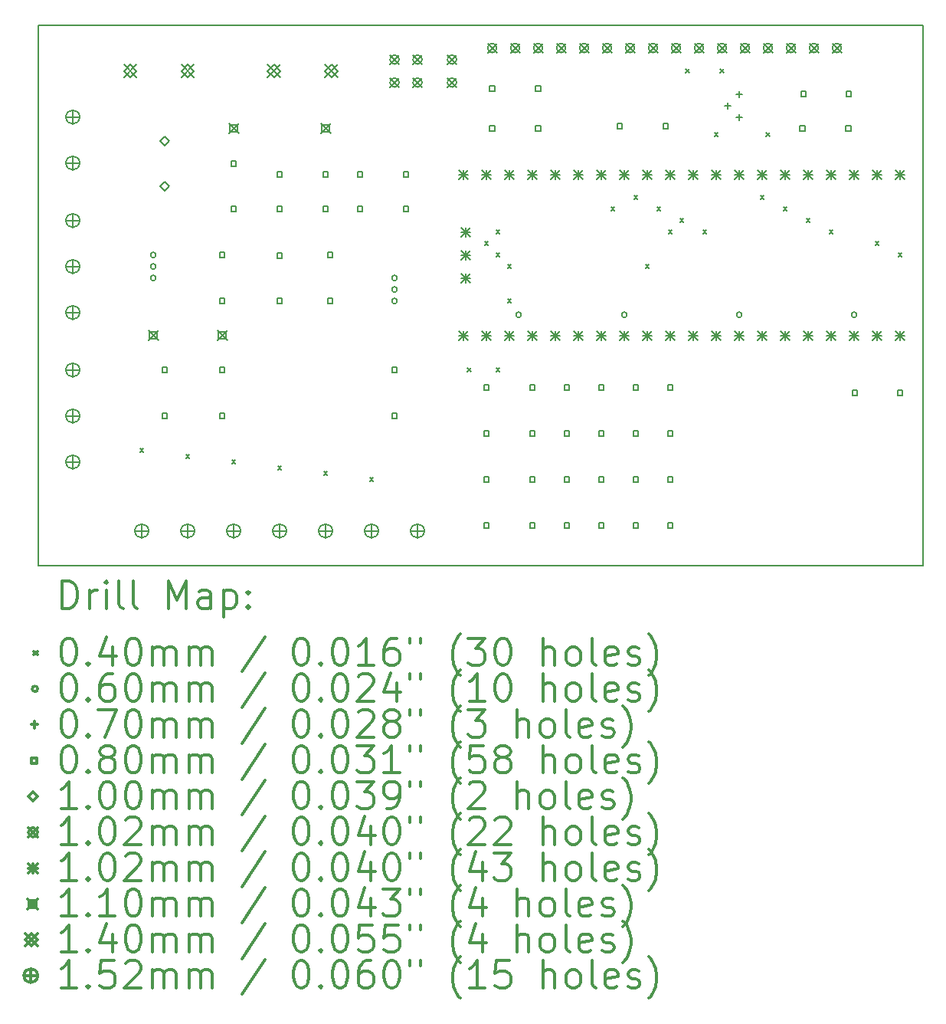
<source format=gbr>
%FSLAX45Y45*%
G04 Gerber Fmt 4.5, Leading zero omitted, Abs format (unit mm)*
G04 Created by KiCad (PCBNEW 4.0.5+dfsg1-4+deb9u1) date Wed Oct 19 21:41:26 2022*
%MOMM*%
%LPD*%
G01*
G04 APERTURE LIST*
%ADD10C,0.127000*%
%ADD11C,0.150000*%
%ADD12C,0.200000*%
%ADD13C,0.300000*%
G04 APERTURE END LIST*
D10*
D11*
X19380200Y-6883400D02*
X19380200Y-12852400D01*
X9601200Y-6883400D02*
X19380200Y-6883400D01*
X9601200Y-12852400D02*
X9601200Y-6883400D01*
X19380200Y-12852400D02*
X9601200Y-12852400D01*
D12*
X10724200Y-11562400D02*
X10764200Y-11602400D01*
X10764200Y-11562400D02*
X10724200Y-11602400D01*
X11232200Y-11625900D02*
X11272200Y-11665900D01*
X11272200Y-11625900D02*
X11232200Y-11665900D01*
X11740200Y-11689400D02*
X11780200Y-11729400D01*
X11780200Y-11689400D02*
X11740200Y-11729400D01*
X12248200Y-11752900D02*
X12288200Y-11792900D01*
X12288200Y-11752900D02*
X12248200Y-11792900D01*
X12756200Y-11816400D02*
X12796200Y-11856400D01*
X12796200Y-11816400D02*
X12756200Y-11856400D01*
X13264200Y-11879900D02*
X13304200Y-11919900D01*
X13304200Y-11879900D02*
X13264200Y-11919900D01*
X14343700Y-10673400D02*
X14383700Y-10713400D01*
X14383700Y-10673400D02*
X14343700Y-10713400D01*
X14534200Y-9276400D02*
X14574200Y-9316400D01*
X14574200Y-9276400D02*
X14534200Y-9316400D01*
X14661200Y-9149400D02*
X14701200Y-9189400D01*
X14701200Y-9149400D02*
X14661200Y-9189400D01*
X14661200Y-9403400D02*
X14701200Y-9443400D01*
X14701200Y-9403400D02*
X14661200Y-9443400D01*
X14661200Y-10673400D02*
X14701200Y-10713400D01*
X14701200Y-10673400D02*
X14661200Y-10713400D01*
X14788200Y-9530400D02*
X14828200Y-9570400D01*
X14828200Y-9530400D02*
X14788200Y-9570400D01*
X14788200Y-9911400D02*
X14828200Y-9951400D01*
X14828200Y-9911400D02*
X14788200Y-9951400D01*
X15931200Y-8895400D02*
X15971200Y-8935400D01*
X15971200Y-8895400D02*
X15931200Y-8935400D01*
X16185200Y-8768400D02*
X16225200Y-8808400D01*
X16225200Y-8768400D02*
X16185200Y-8808400D01*
X16312200Y-9530400D02*
X16352200Y-9570400D01*
X16352200Y-9530400D02*
X16312200Y-9570400D01*
X16439200Y-8895400D02*
X16479200Y-8935400D01*
X16479200Y-8895400D02*
X16439200Y-8935400D01*
X16566200Y-9149400D02*
X16606200Y-9189400D01*
X16606200Y-9149400D02*
X16566200Y-9189400D01*
X16693200Y-9022400D02*
X16733200Y-9062400D01*
X16733200Y-9022400D02*
X16693200Y-9062400D01*
X16756700Y-7371400D02*
X16796700Y-7411400D01*
X16796700Y-7371400D02*
X16756700Y-7411400D01*
X16947200Y-9149400D02*
X16987200Y-9189400D01*
X16987200Y-9149400D02*
X16947200Y-9189400D01*
X17074200Y-8069900D02*
X17114200Y-8109900D01*
X17114200Y-8069900D02*
X17074200Y-8109900D01*
X17137700Y-7371400D02*
X17177700Y-7411400D01*
X17177700Y-7371400D02*
X17137700Y-7411400D01*
X17582200Y-8768400D02*
X17622200Y-8808400D01*
X17622200Y-8768400D02*
X17582200Y-8808400D01*
X17645700Y-8069900D02*
X17685700Y-8109900D01*
X17685700Y-8069900D02*
X17645700Y-8109900D01*
X17836200Y-8895400D02*
X17876200Y-8935400D01*
X17876200Y-8895400D02*
X17836200Y-8935400D01*
X18090200Y-9022400D02*
X18130200Y-9062400D01*
X18130200Y-9022400D02*
X18090200Y-9062400D01*
X18344200Y-9149400D02*
X18384200Y-9189400D01*
X18384200Y-9149400D02*
X18344200Y-9189400D01*
X18852200Y-9276400D02*
X18892200Y-9316400D01*
X18892200Y-9276400D02*
X18852200Y-9316400D01*
X19106200Y-9403400D02*
X19146200Y-9443400D01*
X19146200Y-9403400D02*
X19106200Y-9443400D01*
X10901200Y-9423400D02*
G75*
G03X10901200Y-9423400I-30000J0D01*
G01*
X10901200Y-9550400D02*
G75*
G03X10901200Y-9550400I-30000J0D01*
G01*
X10901200Y-9677400D02*
G75*
G03X10901200Y-9677400I-30000J0D01*
G01*
X13568200Y-9677400D02*
G75*
G03X13568200Y-9677400I-30000J0D01*
G01*
X13568200Y-9804400D02*
G75*
G03X13568200Y-9804400I-30000J0D01*
G01*
X13568200Y-9931400D02*
G75*
G03X13568200Y-9931400I-30000J0D01*
G01*
X14939800Y-10083800D02*
G75*
G03X14939800Y-10083800I-30000J0D01*
G01*
X16108200Y-10083800D02*
G75*
G03X16108200Y-10083800I-30000J0D01*
G01*
X17378200Y-10083800D02*
G75*
G03X17378200Y-10083800I-30000J0D01*
G01*
X18648200Y-10083800D02*
G75*
G03X18648200Y-10083800I-30000J0D01*
G01*
X17221200Y-7737400D02*
X17221200Y-7807400D01*
X17186200Y-7772400D02*
X17256200Y-7772400D01*
X17348200Y-7610400D02*
X17348200Y-7680400D01*
X17313200Y-7645400D02*
X17383200Y-7645400D01*
X17348200Y-7864400D02*
X17348200Y-7934400D01*
X17313200Y-7899400D02*
X17383200Y-7899400D01*
X11026485Y-10721685D02*
X11026485Y-10665116D01*
X10969916Y-10665116D01*
X10969916Y-10721685D01*
X11026485Y-10721685D01*
X11026485Y-11229684D02*
X11026485Y-11173116D01*
X10969916Y-11173116D01*
X10969916Y-11229684D01*
X11026485Y-11229684D01*
X11661484Y-9451685D02*
X11661484Y-9395116D01*
X11604915Y-9395116D01*
X11604915Y-9451685D01*
X11661484Y-9451685D01*
X11661484Y-9959685D02*
X11661484Y-9903116D01*
X11604915Y-9903116D01*
X11604915Y-9959685D01*
X11661484Y-9959685D01*
X11661484Y-10721685D02*
X11661484Y-10665116D01*
X11604915Y-10665116D01*
X11604915Y-10721685D01*
X11661484Y-10721685D01*
X11661484Y-11229684D02*
X11661484Y-11173116D01*
X11604915Y-11173116D01*
X11604915Y-11229684D01*
X11661484Y-11229684D01*
X11788484Y-8443685D02*
X11788484Y-8387115D01*
X11731915Y-8387115D01*
X11731915Y-8443685D01*
X11788484Y-8443685D01*
X11788484Y-8943685D02*
X11788484Y-8887116D01*
X11731915Y-8887116D01*
X11731915Y-8943685D01*
X11788484Y-8943685D01*
X12296484Y-8562685D02*
X12296484Y-8506116D01*
X12239915Y-8506116D01*
X12239915Y-8562685D01*
X12296484Y-8562685D01*
X12296484Y-8943685D02*
X12296484Y-8887116D01*
X12239915Y-8887116D01*
X12239915Y-8943685D01*
X12296484Y-8943685D01*
X12296484Y-9459685D02*
X12296484Y-9403116D01*
X12239915Y-9403116D01*
X12239915Y-9459685D01*
X12296484Y-9459685D01*
X12296484Y-9959685D02*
X12296484Y-9903116D01*
X12239915Y-9903116D01*
X12239915Y-9959685D01*
X12296484Y-9959685D01*
X12804484Y-8562685D02*
X12804484Y-8506116D01*
X12747915Y-8506116D01*
X12747915Y-8562685D01*
X12804484Y-8562685D01*
X12804484Y-8943685D02*
X12804484Y-8887116D01*
X12747915Y-8887116D01*
X12747915Y-8943685D01*
X12804484Y-8943685D01*
X12855284Y-9451685D02*
X12855284Y-9395116D01*
X12798715Y-9395116D01*
X12798715Y-9451685D01*
X12855284Y-9451685D01*
X12855284Y-9959685D02*
X12855284Y-9903116D01*
X12798715Y-9903116D01*
X12798715Y-9959685D01*
X12855284Y-9959685D01*
X13185484Y-8562685D02*
X13185484Y-8506116D01*
X13128915Y-8506116D01*
X13128915Y-8562685D01*
X13185484Y-8562685D01*
X13185484Y-8943685D02*
X13185484Y-8887116D01*
X13128915Y-8887116D01*
X13128915Y-8943685D01*
X13185484Y-8943685D01*
X13566484Y-10721685D02*
X13566484Y-10665116D01*
X13509915Y-10665116D01*
X13509915Y-10721685D01*
X13566484Y-10721685D01*
X13566484Y-11229684D02*
X13566484Y-11173116D01*
X13509915Y-11173116D01*
X13509915Y-11229684D01*
X13566484Y-11229684D01*
X13693484Y-8562685D02*
X13693484Y-8506116D01*
X13636915Y-8506116D01*
X13636915Y-8562685D01*
X13693484Y-8562685D01*
X13693484Y-8943685D02*
X13693484Y-8887116D01*
X13636915Y-8887116D01*
X13636915Y-8943685D01*
X13693484Y-8943685D01*
X14582484Y-10912185D02*
X14582484Y-10855616D01*
X14525915Y-10855616D01*
X14525915Y-10912185D01*
X14582484Y-10912185D01*
X14582484Y-11420184D02*
X14582484Y-11363615D01*
X14525915Y-11363615D01*
X14525915Y-11420184D01*
X14582484Y-11420184D01*
X14582484Y-11928184D02*
X14582484Y-11871615D01*
X14525915Y-11871615D01*
X14525915Y-11928184D01*
X14582484Y-11928184D01*
X14582484Y-12436184D02*
X14582484Y-12379615D01*
X14525915Y-12379615D01*
X14525915Y-12436184D01*
X14582484Y-12436184D01*
X14645984Y-7610184D02*
X14645984Y-7553615D01*
X14589415Y-7553615D01*
X14589415Y-7610184D01*
X14645984Y-7610184D01*
X14645984Y-8054684D02*
X14645984Y-7998115D01*
X14589415Y-7998115D01*
X14589415Y-8054684D01*
X14645984Y-8054684D01*
X15090484Y-10912185D02*
X15090484Y-10855616D01*
X15033915Y-10855616D01*
X15033915Y-10912185D01*
X15090484Y-10912185D01*
X15090484Y-11420184D02*
X15090484Y-11363615D01*
X15033915Y-11363615D01*
X15033915Y-11420184D01*
X15090484Y-11420184D01*
X15090484Y-11928184D02*
X15090484Y-11871615D01*
X15033915Y-11871615D01*
X15033915Y-11928184D01*
X15090484Y-11928184D01*
X15090484Y-12436184D02*
X15090484Y-12379615D01*
X15033915Y-12379615D01*
X15033915Y-12436184D01*
X15090484Y-12436184D01*
X15153984Y-7610184D02*
X15153984Y-7553615D01*
X15097415Y-7553615D01*
X15097415Y-7610184D01*
X15153984Y-7610184D01*
X15153984Y-8054684D02*
X15153984Y-7998115D01*
X15097415Y-7998115D01*
X15097415Y-8054684D01*
X15153984Y-8054684D01*
X15471484Y-10912185D02*
X15471484Y-10855616D01*
X15414915Y-10855616D01*
X15414915Y-10912185D01*
X15471484Y-10912185D01*
X15471484Y-11420184D02*
X15471484Y-11363615D01*
X15414915Y-11363615D01*
X15414915Y-11420184D01*
X15471484Y-11420184D01*
X15471484Y-11928184D02*
X15471484Y-11871615D01*
X15414915Y-11871615D01*
X15414915Y-11928184D01*
X15471484Y-11928184D01*
X15471484Y-12436184D02*
X15471484Y-12379615D01*
X15414915Y-12379615D01*
X15414915Y-12436184D01*
X15471484Y-12436184D01*
X15852484Y-10912185D02*
X15852484Y-10855616D01*
X15795915Y-10855616D01*
X15795915Y-10912185D01*
X15852484Y-10912185D01*
X15852484Y-11420184D02*
X15852484Y-11363615D01*
X15795915Y-11363615D01*
X15795915Y-11420184D01*
X15852484Y-11420184D01*
X15852484Y-11928184D02*
X15852484Y-11871615D01*
X15795915Y-11871615D01*
X15795915Y-11928184D01*
X15852484Y-11928184D01*
X15852484Y-12436184D02*
X15852484Y-12379615D01*
X15795915Y-12379615D01*
X15795915Y-12436184D01*
X15852484Y-12436184D01*
X16055684Y-8029284D02*
X16055684Y-7972715D01*
X15999115Y-7972715D01*
X15999115Y-8029284D01*
X16055684Y-8029284D01*
X16233484Y-10912185D02*
X16233484Y-10855616D01*
X16176915Y-10855616D01*
X16176915Y-10912185D01*
X16233484Y-10912185D01*
X16233484Y-11420184D02*
X16233484Y-11363615D01*
X16176915Y-11363615D01*
X16176915Y-11420184D01*
X16233484Y-11420184D01*
X16233484Y-11928184D02*
X16233484Y-11871615D01*
X16176915Y-11871615D01*
X16176915Y-11928184D01*
X16233484Y-11928184D01*
X16233484Y-12436184D02*
X16233484Y-12379615D01*
X16176915Y-12379615D01*
X16176915Y-12436184D01*
X16233484Y-12436184D01*
X16563684Y-8029284D02*
X16563684Y-7972715D01*
X16507115Y-7972715D01*
X16507115Y-8029284D01*
X16563684Y-8029284D01*
X16614484Y-10912185D02*
X16614484Y-10855616D01*
X16557915Y-10855616D01*
X16557915Y-10912185D01*
X16614484Y-10912185D01*
X16614484Y-11420184D02*
X16614484Y-11363615D01*
X16557915Y-11363615D01*
X16557915Y-11420184D01*
X16614484Y-11420184D01*
X16614484Y-11928184D02*
X16614484Y-11871615D01*
X16557915Y-11871615D01*
X16557915Y-11928184D01*
X16614484Y-11928184D01*
X16614484Y-12436184D02*
X16614484Y-12379615D01*
X16557915Y-12379615D01*
X16557915Y-12436184D01*
X16614484Y-12436184D01*
X18074985Y-8054684D02*
X18074985Y-7998115D01*
X18018416Y-7998115D01*
X18018416Y-8054684D01*
X18074985Y-8054684D01*
X18087685Y-7673684D02*
X18087685Y-7617115D01*
X18031116Y-7617115D01*
X18031116Y-7673684D01*
X18087685Y-7673684D01*
X18582985Y-8054684D02*
X18582985Y-7998115D01*
X18526416Y-7998115D01*
X18526416Y-8054684D01*
X18582985Y-8054684D01*
X18587685Y-7673684D02*
X18587685Y-7617115D01*
X18531116Y-7617115D01*
X18531116Y-7673684D01*
X18587685Y-7673684D01*
X18654485Y-10975685D02*
X18654485Y-10919116D01*
X18597916Y-10919116D01*
X18597916Y-10975685D01*
X18654485Y-10975685D01*
X19154485Y-10975685D02*
X19154485Y-10919116D01*
X19097916Y-10919116D01*
X19097916Y-10975685D01*
X19154485Y-10975685D01*
X10998200Y-8211400D02*
X11048200Y-8161400D01*
X10998200Y-8111400D01*
X10948200Y-8161400D01*
X10998200Y-8211400D01*
X10998200Y-8711400D02*
X11048200Y-8661400D01*
X10998200Y-8611400D01*
X10948200Y-8661400D01*
X10998200Y-8711400D01*
X13487400Y-7213600D02*
X13589000Y-7315200D01*
X13589000Y-7213600D02*
X13487400Y-7315200D01*
X13589000Y-7264400D02*
G75*
G03X13589000Y-7264400I-50800J0D01*
G01*
X13487400Y-7467600D02*
X13589000Y-7569200D01*
X13589000Y-7467600D02*
X13487400Y-7569200D01*
X13589000Y-7518400D02*
G75*
G03X13589000Y-7518400I-50800J0D01*
G01*
X13741400Y-7213600D02*
X13843000Y-7315200D01*
X13843000Y-7213600D02*
X13741400Y-7315200D01*
X13843000Y-7264400D02*
G75*
G03X13843000Y-7264400I-50800J0D01*
G01*
X13741400Y-7467600D02*
X13843000Y-7569200D01*
X13843000Y-7467600D02*
X13741400Y-7569200D01*
X13843000Y-7518400D02*
G75*
G03X13843000Y-7518400I-50800J0D01*
G01*
X14122400Y-7213600D02*
X14224000Y-7315200D01*
X14224000Y-7213600D02*
X14122400Y-7315200D01*
X14224000Y-7264400D02*
G75*
G03X14224000Y-7264400I-50800J0D01*
G01*
X14122400Y-7467600D02*
X14224000Y-7569200D01*
X14224000Y-7467600D02*
X14122400Y-7569200D01*
X14224000Y-7518400D02*
G75*
G03X14224000Y-7518400I-50800J0D01*
G01*
X14566900Y-7086600D02*
X14668500Y-7188200D01*
X14668500Y-7086600D02*
X14566900Y-7188200D01*
X14668500Y-7137400D02*
G75*
G03X14668500Y-7137400I-50800J0D01*
G01*
X14820900Y-7086600D02*
X14922500Y-7188200D01*
X14922500Y-7086600D02*
X14820900Y-7188200D01*
X14922500Y-7137400D02*
G75*
G03X14922500Y-7137400I-50800J0D01*
G01*
X15074900Y-7086600D02*
X15176500Y-7188200D01*
X15176500Y-7086600D02*
X15074900Y-7188200D01*
X15176500Y-7137400D02*
G75*
G03X15176500Y-7137400I-50800J0D01*
G01*
X15328900Y-7086600D02*
X15430500Y-7188200D01*
X15430500Y-7086600D02*
X15328900Y-7188200D01*
X15430500Y-7137400D02*
G75*
G03X15430500Y-7137400I-50800J0D01*
G01*
X15582900Y-7086600D02*
X15684500Y-7188200D01*
X15684500Y-7086600D02*
X15582900Y-7188200D01*
X15684500Y-7137400D02*
G75*
G03X15684500Y-7137400I-50800J0D01*
G01*
X15836900Y-7086600D02*
X15938500Y-7188200D01*
X15938500Y-7086600D02*
X15836900Y-7188200D01*
X15938500Y-7137400D02*
G75*
G03X15938500Y-7137400I-50800J0D01*
G01*
X16090900Y-7086600D02*
X16192500Y-7188200D01*
X16192500Y-7086600D02*
X16090900Y-7188200D01*
X16192500Y-7137400D02*
G75*
G03X16192500Y-7137400I-50800J0D01*
G01*
X16344900Y-7086600D02*
X16446500Y-7188200D01*
X16446500Y-7086600D02*
X16344900Y-7188200D01*
X16446500Y-7137400D02*
G75*
G03X16446500Y-7137400I-50800J0D01*
G01*
X16598900Y-7086600D02*
X16700500Y-7188200D01*
X16700500Y-7086600D02*
X16598900Y-7188200D01*
X16700500Y-7137400D02*
G75*
G03X16700500Y-7137400I-50800J0D01*
G01*
X16852900Y-7086600D02*
X16954500Y-7188200D01*
X16954500Y-7086600D02*
X16852900Y-7188200D01*
X16954500Y-7137400D02*
G75*
G03X16954500Y-7137400I-50800J0D01*
G01*
X17106900Y-7086600D02*
X17208500Y-7188200D01*
X17208500Y-7086600D02*
X17106900Y-7188200D01*
X17208500Y-7137400D02*
G75*
G03X17208500Y-7137400I-50800J0D01*
G01*
X17360900Y-7086600D02*
X17462500Y-7188200D01*
X17462500Y-7086600D02*
X17360900Y-7188200D01*
X17462500Y-7137400D02*
G75*
G03X17462500Y-7137400I-50800J0D01*
G01*
X17614900Y-7086600D02*
X17716500Y-7188200D01*
X17716500Y-7086600D02*
X17614900Y-7188200D01*
X17716500Y-7137400D02*
G75*
G03X17716500Y-7137400I-50800J0D01*
G01*
X17868900Y-7086600D02*
X17970500Y-7188200D01*
X17970500Y-7086600D02*
X17868900Y-7188200D01*
X17970500Y-7137400D02*
G75*
G03X17970500Y-7137400I-50800J0D01*
G01*
X18122900Y-7086600D02*
X18224500Y-7188200D01*
X18224500Y-7086600D02*
X18122900Y-7188200D01*
X18224500Y-7137400D02*
G75*
G03X18224500Y-7137400I-50800J0D01*
G01*
X18376900Y-7086600D02*
X18478500Y-7188200D01*
X18478500Y-7086600D02*
X18376900Y-7188200D01*
X18478500Y-7137400D02*
G75*
G03X18478500Y-7137400I-50800J0D01*
G01*
X14249200Y-8483400D02*
X14351200Y-8585400D01*
X14351200Y-8483400D02*
X14249200Y-8585400D01*
X14300200Y-8483400D02*
X14300200Y-8585400D01*
X14249200Y-8534400D02*
X14351200Y-8534400D01*
X14249200Y-10261400D02*
X14351200Y-10363400D01*
X14351200Y-10261400D02*
X14249200Y-10363400D01*
X14300200Y-10261400D02*
X14300200Y-10363400D01*
X14249200Y-10312400D02*
X14351200Y-10312400D01*
X14272200Y-9118400D02*
X14374200Y-9220400D01*
X14374200Y-9118400D02*
X14272200Y-9220400D01*
X14323200Y-9118400D02*
X14323200Y-9220400D01*
X14272200Y-9169400D02*
X14374200Y-9169400D01*
X14272200Y-9372400D02*
X14374200Y-9474400D01*
X14374200Y-9372400D02*
X14272200Y-9474400D01*
X14323200Y-9372400D02*
X14323200Y-9474400D01*
X14272200Y-9423400D02*
X14374200Y-9423400D01*
X14272200Y-9626400D02*
X14374200Y-9728400D01*
X14374200Y-9626400D02*
X14272200Y-9728400D01*
X14323200Y-9626400D02*
X14323200Y-9728400D01*
X14272200Y-9677400D02*
X14374200Y-9677400D01*
X14503200Y-8483400D02*
X14605200Y-8585400D01*
X14605200Y-8483400D02*
X14503200Y-8585400D01*
X14554200Y-8483400D02*
X14554200Y-8585400D01*
X14503200Y-8534400D02*
X14605200Y-8534400D01*
X14503200Y-10261400D02*
X14605200Y-10363400D01*
X14605200Y-10261400D02*
X14503200Y-10363400D01*
X14554200Y-10261400D02*
X14554200Y-10363400D01*
X14503200Y-10312400D02*
X14605200Y-10312400D01*
X14757200Y-8483400D02*
X14859200Y-8585400D01*
X14859200Y-8483400D02*
X14757200Y-8585400D01*
X14808200Y-8483400D02*
X14808200Y-8585400D01*
X14757200Y-8534400D02*
X14859200Y-8534400D01*
X14757200Y-10261400D02*
X14859200Y-10363400D01*
X14859200Y-10261400D02*
X14757200Y-10363400D01*
X14808200Y-10261400D02*
X14808200Y-10363400D01*
X14757200Y-10312400D02*
X14859200Y-10312400D01*
X15011200Y-8483400D02*
X15113200Y-8585400D01*
X15113200Y-8483400D02*
X15011200Y-8585400D01*
X15062200Y-8483400D02*
X15062200Y-8585400D01*
X15011200Y-8534400D02*
X15113200Y-8534400D01*
X15011200Y-10261400D02*
X15113200Y-10363400D01*
X15113200Y-10261400D02*
X15011200Y-10363400D01*
X15062200Y-10261400D02*
X15062200Y-10363400D01*
X15011200Y-10312400D02*
X15113200Y-10312400D01*
X15265200Y-8483400D02*
X15367200Y-8585400D01*
X15367200Y-8483400D02*
X15265200Y-8585400D01*
X15316200Y-8483400D02*
X15316200Y-8585400D01*
X15265200Y-8534400D02*
X15367200Y-8534400D01*
X15265200Y-10261400D02*
X15367200Y-10363400D01*
X15367200Y-10261400D02*
X15265200Y-10363400D01*
X15316200Y-10261400D02*
X15316200Y-10363400D01*
X15265200Y-10312400D02*
X15367200Y-10312400D01*
X15519200Y-8483400D02*
X15621200Y-8585400D01*
X15621200Y-8483400D02*
X15519200Y-8585400D01*
X15570200Y-8483400D02*
X15570200Y-8585400D01*
X15519200Y-8534400D02*
X15621200Y-8534400D01*
X15519200Y-10261400D02*
X15621200Y-10363400D01*
X15621200Y-10261400D02*
X15519200Y-10363400D01*
X15570200Y-10261400D02*
X15570200Y-10363400D01*
X15519200Y-10312400D02*
X15621200Y-10312400D01*
X15773200Y-8483400D02*
X15875200Y-8585400D01*
X15875200Y-8483400D02*
X15773200Y-8585400D01*
X15824200Y-8483400D02*
X15824200Y-8585400D01*
X15773200Y-8534400D02*
X15875200Y-8534400D01*
X15773200Y-10261400D02*
X15875200Y-10363400D01*
X15875200Y-10261400D02*
X15773200Y-10363400D01*
X15824200Y-10261400D02*
X15824200Y-10363400D01*
X15773200Y-10312400D02*
X15875200Y-10312400D01*
X16027200Y-8483400D02*
X16129200Y-8585400D01*
X16129200Y-8483400D02*
X16027200Y-8585400D01*
X16078200Y-8483400D02*
X16078200Y-8585400D01*
X16027200Y-8534400D02*
X16129200Y-8534400D01*
X16027200Y-10261400D02*
X16129200Y-10363400D01*
X16129200Y-10261400D02*
X16027200Y-10363400D01*
X16078200Y-10261400D02*
X16078200Y-10363400D01*
X16027200Y-10312400D02*
X16129200Y-10312400D01*
X16281200Y-8483400D02*
X16383200Y-8585400D01*
X16383200Y-8483400D02*
X16281200Y-8585400D01*
X16332200Y-8483400D02*
X16332200Y-8585400D01*
X16281200Y-8534400D02*
X16383200Y-8534400D01*
X16281200Y-10261400D02*
X16383200Y-10363400D01*
X16383200Y-10261400D02*
X16281200Y-10363400D01*
X16332200Y-10261400D02*
X16332200Y-10363400D01*
X16281200Y-10312400D02*
X16383200Y-10312400D01*
X16535200Y-8483400D02*
X16637200Y-8585400D01*
X16637200Y-8483400D02*
X16535200Y-8585400D01*
X16586200Y-8483400D02*
X16586200Y-8585400D01*
X16535200Y-8534400D02*
X16637200Y-8534400D01*
X16535200Y-10261400D02*
X16637200Y-10363400D01*
X16637200Y-10261400D02*
X16535200Y-10363400D01*
X16586200Y-10261400D02*
X16586200Y-10363400D01*
X16535200Y-10312400D02*
X16637200Y-10312400D01*
X16789200Y-8483400D02*
X16891200Y-8585400D01*
X16891200Y-8483400D02*
X16789200Y-8585400D01*
X16840200Y-8483400D02*
X16840200Y-8585400D01*
X16789200Y-8534400D02*
X16891200Y-8534400D01*
X16789200Y-10261400D02*
X16891200Y-10363400D01*
X16891200Y-10261400D02*
X16789200Y-10363400D01*
X16840200Y-10261400D02*
X16840200Y-10363400D01*
X16789200Y-10312400D02*
X16891200Y-10312400D01*
X17043200Y-8483400D02*
X17145200Y-8585400D01*
X17145200Y-8483400D02*
X17043200Y-8585400D01*
X17094200Y-8483400D02*
X17094200Y-8585400D01*
X17043200Y-8534400D02*
X17145200Y-8534400D01*
X17043200Y-10261400D02*
X17145200Y-10363400D01*
X17145200Y-10261400D02*
X17043200Y-10363400D01*
X17094200Y-10261400D02*
X17094200Y-10363400D01*
X17043200Y-10312400D02*
X17145200Y-10312400D01*
X17297200Y-8483400D02*
X17399200Y-8585400D01*
X17399200Y-8483400D02*
X17297200Y-8585400D01*
X17348200Y-8483400D02*
X17348200Y-8585400D01*
X17297200Y-8534400D02*
X17399200Y-8534400D01*
X17297200Y-10261400D02*
X17399200Y-10363400D01*
X17399200Y-10261400D02*
X17297200Y-10363400D01*
X17348200Y-10261400D02*
X17348200Y-10363400D01*
X17297200Y-10312400D02*
X17399200Y-10312400D01*
X17551200Y-8483400D02*
X17653200Y-8585400D01*
X17653200Y-8483400D02*
X17551200Y-8585400D01*
X17602200Y-8483400D02*
X17602200Y-8585400D01*
X17551200Y-8534400D02*
X17653200Y-8534400D01*
X17551200Y-10261400D02*
X17653200Y-10363400D01*
X17653200Y-10261400D02*
X17551200Y-10363400D01*
X17602200Y-10261400D02*
X17602200Y-10363400D01*
X17551200Y-10312400D02*
X17653200Y-10312400D01*
X17805200Y-8483400D02*
X17907200Y-8585400D01*
X17907200Y-8483400D02*
X17805200Y-8585400D01*
X17856200Y-8483400D02*
X17856200Y-8585400D01*
X17805200Y-8534400D02*
X17907200Y-8534400D01*
X17805200Y-10261400D02*
X17907200Y-10363400D01*
X17907200Y-10261400D02*
X17805200Y-10363400D01*
X17856200Y-10261400D02*
X17856200Y-10363400D01*
X17805200Y-10312400D02*
X17907200Y-10312400D01*
X18059200Y-8483400D02*
X18161200Y-8585400D01*
X18161200Y-8483400D02*
X18059200Y-8585400D01*
X18110200Y-8483400D02*
X18110200Y-8585400D01*
X18059200Y-8534400D02*
X18161200Y-8534400D01*
X18059200Y-10261400D02*
X18161200Y-10363400D01*
X18161200Y-10261400D02*
X18059200Y-10363400D01*
X18110200Y-10261400D02*
X18110200Y-10363400D01*
X18059200Y-10312400D02*
X18161200Y-10312400D01*
X18313200Y-8483400D02*
X18415200Y-8585400D01*
X18415200Y-8483400D02*
X18313200Y-8585400D01*
X18364200Y-8483400D02*
X18364200Y-8585400D01*
X18313200Y-8534400D02*
X18415200Y-8534400D01*
X18313200Y-10261400D02*
X18415200Y-10363400D01*
X18415200Y-10261400D02*
X18313200Y-10363400D01*
X18364200Y-10261400D02*
X18364200Y-10363400D01*
X18313200Y-10312400D02*
X18415200Y-10312400D01*
X18567200Y-8483400D02*
X18669200Y-8585400D01*
X18669200Y-8483400D02*
X18567200Y-8585400D01*
X18618200Y-8483400D02*
X18618200Y-8585400D01*
X18567200Y-8534400D02*
X18669200Y-8534400D01*
X18567200Y-10261400D02*
X18669200Y-10363400D01*
X18669200Y-10261400D02*
X18567200Y-10363400D01*
X18618200Y-10261400D02*
X18618200Y-10363400D01*
X18567200Y-10312400D02*
X18669200Y-10312400D01*
X18821200Y-8483400D02*
X18923200Y-8585400D01*
X18923200Y-8483400D02*
X18821200Y-8585400D01*
X18872200Y-8483400D02*
X18872200Y-8585400D01*
X18821200Y-8534400D02*
X18923200Y-8534400D01*
X18821200Y-10261400D02*
X18923200Y-10363400D01*
X18923200Y-10261400D02*
X18821200Y-10363400D01*
X18872200Y-10261400D02*
X18872200Y-10363400D01*
X18821200Y-10312400D02*
X18923200Y-10312400D01*
X19075200Y-8483400D02*
X19177200Y-8585400D01*
X19177200Y-8483400D02*
X19075200Y-8585400D01*
X19126200Y-8483400D02*
X19126200Y-8585400D01*
X19075200Y-8534400D02*
X19177200Y-8534400D01*
X19075200Y-10261400D02*
X19177200Y-10363400D01*
X19177200Y-10261400D02*
X19075200Y-10363400D01*
X19126200Y-10261400D02*
X19126200Y-10363400D01*
X19075200Y-10312400D02*
X19177200Y-10312400D01*
X10816200Y-10257400D02*
X10926200Y-10367400D01*
X10926200Y-10257400D02*
X10816200Y-10367400D01*
X10910091Y-10351291D02*
X10910091Y-10273509D01*
X10832309Y-10273509D01*
X10832309Y-10351291D01*
X10910091Y-10351291D01*
X11578200Y-10257400D02*
X11688200Y-10367400D01*
X11688200Y-10257400D02*
X11578200Y-10367400D01*
X11672091Y-10351291D02*
X11672091Y-10273509D01*
X11594309Y-10273509D01*
X11594309Y-10351291D01*
X11672091Y-10351291D01*
X11705200Y-7971400D02*
X11815200Y-8081400D01*
X11815200Y-7971400D02*
X11705200Y-8081400D01*
X11799091Y-8065291D02*
X11799091Y-7987509D01*
X11721309Y-7987509D01*
X11721309Y-8065291D01*
X11799091Y-8065291D01*
X12721200Y-7971400D02*
X12831200Y-8081400D01*
X12831200Y-7971400D02*
X12721200Y-8081400D01*
X12815091Y-8065291D02*
X12815091Y-7987509D01*
X12737309Y-7987509D01*
X12737309Y-8065291D01*
X12815091Y-8065291D01*
X10547200Y-7321400D02*
X10687200Y-7461400D01*
X10687200Y-7321400D02*
X10547200Y-7461400D01*
X10617200Y-7461400D02*
X10687200Y-7391400D01*
X10617200Y-7321400D01*
X10547200Y-7391400D01*
X10617200Y-7461400D01*
X11182200Y-7321400D02*
X11322200Y-7461400D01*
X11322200Y-7321400D02*
X11182200Y-7461400D01*
X11252200Y-7461400D02*
X11322200Y-7391400D01*
X11252200Y-7321400D01*
X11182200Y-7391400D01*
X11252200Y-7461400D01*
X12134700Y-7321400D02*
X12274700Y-7461400D01*
X12274700Y-7321400D02*
X12134700Y-7461400D01*
X12204700Y-7461400D02*
X12274700Y-7391400D01*
X12204700Y-7321400D01*
X12134700Y-7391400D01*
X12204700Y-7461400D01*
X12769700Y-7321400D02*
X12909700Y-7461400D01*
X12909700Y-7321400D02*
X12769700Y-7461400D01*
X12839700Y-7461400D02*
X12909700Y-7391400D01*
X12839700Y-7321400D01*
X12769700Y-7391400D01*
X12839700Y-7461400D01*
X9982200Y-7823400D02*
X9982200Y-7975400D01*
X9906200Y-7899400D02*
X10058200Y-7899400D01*
X10058200Y-7899400D02*
G75*
G03X10058200Y-7899400I-76000J0D01*
G01*
X9982200Y-8331400D02*
X9982200Y-8483400D01*
X9906200Y-8407400D02*
X10058200Y-8407400D01*
X10058200Y-8407400D02*
G75*
G03X10058200Y-8407400I-76000J0D01*
G01*
X9982200Y-8966400D02*
X9982200Y-9118400D01*
X9906200Y-9042400D02*
X10058200Y-9042400D01*
X10058200Y-9042400D02*
G75*
G03X10058200Y-9042400I-76000J0D01*
G01*
X9982200Y-9474400D02*
X9982200Y-9626400D01*
X9906200Y-9550400D02*
X10058200Y-9550400D01*
X10058200Y-9550400D02*
G75*
G03X10058200Y-9550400I-76000J0D01*
G01*
X9982200Y-9982400D02*
X9982200Y-10134400D01*
X9906200Y-10058400D02*
X10058200Y-10058400D01*
X10058200Y-10058400D02*
G75*
G03X10058200Y-10058400I-76000J0D01*
G01*
X9982200Y-10617400D02*
X9982200Y-10769400D01*
X9906200Y-10693400D02*
X10058200Y-10693400D01*
X10058200Y-10693400D02*
G75*
G03X10058200Y-10693400I-76000J0D01*
G01*
X9982200Y-11125400D02*
X9982200Y-11277400D01*
X9906200Y-11201400D02*
X10058200Y-11201400D01*
X10058200Y-11201400D02*
G75*
G03X10058200Y-11201400I-76000J0D01*
G01*
X9982200Y-11633400D02*
X9982200Y-11785400D01*
X9906200Y-11709400D02*
X10058200Y-11709400D01*
X10058200Y-11709400D02*
G75*
G03X10058200Y-11709400I-76000J0D01*
G01*
X10744200Y-12395400D02*
X10744200Y-12547400D01*
X10668200Y-12471400D02*
X10820200Y-12471400D01*
X10820200Y-12471400D02*
G75*
G03X10820200Y-12471400I-76000J0D01*
G01*
X11252200Y-12395400D02*
X11252200Y-12547400D01*
X11176200Y-12471400D02*
X11328200Y-12471400D01*
X11328200Y-12471400D02*
G75*
G03X11328200Y-12471400I-76000J0D01*
G01*
X11760200Y-12395400D02*
X11760200Y-12547400D01*
X11684200Y-12471400D02*
X11836200Y-12471400D01*
X11836200Y-12471400D02*
G75*
G03X11836200Y-12471400I-76000J0D01*
G01*
X12268200Y-12395400D02*
X12268200Y-12547400D01*
X12192200Y-12471400D02*
X12344200Y-12471400D01*
X12344200Y-12471400D02*
G75*
G03X12344200Y-12471400I-76000J0D01*
G01*
X12776200Y-12395400D02*
X12776200Y-12547400D01*
X12700200Y-12471400D02*
X12852200Y-12471400D01*
X12852200Y-12471400D02*
G75*
G03X12852200Y-12471400I-76000J0D01*
G01*
X13284200Y-12395400D02*
X13284200Y-12547400D01*
X13208200Y-12471400D02*
X13360200Y-12471400D01*
X13360200Y-12471400D02*
G75*
G03X13360200Y-12471400I-76000J0D01*
G01*
X13792200Y-12395400D02*
X13792200Y-12547400D01*
X13716200Y-12471400D02*
X13868200Y-12471400D01*
X13868200Y-12471400D02*
G75*
G03X13868200Y-12471400I-76000J0D01*
G01*
D13*
X9865129Y-13325614D02*
X9865129Y-13025614D01*
X9936557Y-13025614D01*
X9979414Y-13039900D01*
X10007986Y-13068471D01*
X10022271Y-13097043D01*
X10036557Y-13154186D01*
X10036557Y-13197043D01*
X10022271Y-13254186D01*
X10007986Y-13282757D01*
X9979414Y-13311329D01*
X9936557Y-13325614D01*
X9865129Y-13325614D01*
X10165129Y-13325614D02*
X10165129Y-13125614D01*
X10165129Y-13182757D02*
X10179414Y-13154186D01*
X10193700Y-13139900D01*
X10222271Y-13125614D01*
X10250843Y-13125614D01*
X10350843Y-13325614D02*
X10350843Y-13125614D01*
X10350843Y-13025614D02*
X10336557Y-13039900D01*
X10350843Y-13054186D01*
X10365129Y-13039900D01*
X10350843Y-13025614D01*
X10350843Y-13054186D01*
X10536557Y-13325614D02*
X10507986Y-13311329D01*
X10493700Y-13282757D01*
X10493700Y-13025614D01*
X10693700Y-13325614D02*
X10665129Y-13311329D01*
X10650843Y-13282757D01*
X10650843Y-13025614D01*
X11036557Y-13325614D02*
X11036557Y-13025614D01*
X11136557Y-13239900D01*
X11236557Y-13025614D01*
X11236557Y-13325614D01*
X11507986Y-13325614D02*
X11507986Y-13168471D01*
X11493700Y-13139900D01*
X11465128Y-13125614D01*
X11407986Y-13125614D01*
X11379414Y-13139900D01*
X11507986Y-13311329D02*
X11479414Y-13325614D01*
X11407986Y-13325614D01*
X11379414Y-13311329D01*
X11365128Y-13282757D01*
X11365128Y-13254186D01*
X11379414Y-13225614D01*
X11407986Y-13211329D01*
X11479414Y-13211329D01*
X11507986Y-13197043D01*
X11650843Y-13125614D02*
X11650843Y-13425614D01*
X11650843Y-13139900D02*
X11679414Y-13125614D01*
X11736557Y-13125614D01*
X11765128Y-13139900D01*
X11779414Y-13154186D01*
X11793700Y-13182757D01*
X11793700Y-13268471D01*
X11779414Y-13297043D01*
X11765128Y-13311329D01*
X11736557Y-13325614D01*
X11679414Y-13325614D01*
X11650843Y-13311329D01*
X11922271Y-13297043D02*
X11936557Y-13311329D01*
X11922271Y-13325614D01*
X11907986Y-13311329D01*
X11922271Y-13297043D01*
X11922271Y-13325614D01*
X11922271Y-13139900D02*
X11936557Y-13154186D01*
X11922271Y-13168471D01*
X11907986Y-13154186D01*
X11922271Y-13139900D01*
X11922271Y-13168471D01*
X9553700Y-13799900D02*
X9593700Y-13839900D01*
X9593700Y-13799900D02*
X9553700Y-13839900D01*
X9922271Y-13655614D02*
X9950843Y-13655614D01*
X9979414Y-13669900D01*
X9993700Y-13684186D01*
X10007986Y-13712757D01*
X10022271Y-13769900D01*
X10022271Y-13841329D01*
X10007986Y-13898471D01*
X9993700Y-13927043D01*
X9979414Y-13941329D01*
X9950843Y-13955614D01*
X9922271Y-13955614D01*
X9893700Y-13941329D01*
X9879414Y-13927043D01*
X9865129Y-13898471D01*
X9850843Y-13841329D01*
X9850843Y-13769900D01*
X9865129Y-13712757D01*
X9879414Y-13684186D01*
X9893700Y-13669900D01*
X9922271Y-13655614D01*
X10150843Y-13927043D02*
X10165129Y-13941329D01*
X10150843Y-13955614D01*
X10136557Y-13941329D01*
X10150843Y-13927043D01*
X10150843Y-13955614D01*
X10422271Y-13755614D02*
X10422271Y-13955614D01*
X10350843Y-13641329D02*
X10279414Y-13855614D01*
X10465128Y-13855614D01*
X10636557Y-13655614D02*
X10665129Y-13655614D01*
X10693700Y-13669900D01*
X10707986Y-13684186D01*
X10722271Y-13712757D01*
X10736557Y-13769900D01*
X10736557Y-13841329D01*
X10722271Y-13898471D01*
X10707986Y-13927043D01*
X10693700Y-13941329D01*
X10665129Y-13955614D01*
X10636557Y-13955614D01*
X10607986Y-13941329D01*
X10593700Y-13927043D01*
X10579414Y-13898471D01*
X10565129Y-13841329D01*
X10565129Y-13769900D01*
X10579414Y-13712757D01*
X10593700Y-13684186D01*
X10607986Y-13669900D01*
X10636557Y-13655614D01*
X10865129Y-13955614D02*
X10865129Y-13755614D01*
X10865129Y-13784186D02*
X10879414Y-13769900D01*
X10907986Y-13755614D01*
X10950843Y-13755614D01*
X10979414Y-13769900D01*
X10993700Y-13798471D01*
X10993700Y-13955614D01*
X10993700Y-13798471D02*
X11007986Y-13769900D01*
X11036557Y-13755614D01*
X11079414Y-13755614D01*
X11107986Y-13769900D01*
X11122271Y-13798471D01*
X11122271Y-13955614D01*
X11265128Y-13955614D02*
X11265128Y-13755614D01*
X11265128Y-13784186D02*
X11279414Y-13769900D01*
X11307986Y-13755614D01*
X11350843Y-13755614D01*
X11379414Y-13769900D01*
X11393700Y-13798471D01*
X11393700Y-13955614D01*
X11393700Y-13798471D02*
X11407986Y-13769900D01*
X11436557Y-13755614D01*
X11479414Y-13755614D01*
X11507986Y-13769900D01*
X11522271Y-13798471D01*
X11522271Y-13955614D01*
X12107986Y-13641329D02*
X11850843Y-14027043D01*
X12493700Y-13655614D02*
X12522271Y-13655614D01*
X12550843Y-13669900D01*
X12565128Y-13684186D01*
X12579414Y-13712757D01*
X12593700Y-13769900D01*
X12593700Y-13841329D01*
X12579414Y-13898471D01*
X12565128Y-13927043D01*
X12550843Y-13941329D01*
X12522271Y-13955614D01*
X12493700Y-13955614D01*
X12465128Y-13941329D01*
X12450843Y-13927043D01*
X12436557Y-13898471D01*
X12422271Y-13841329D01*
X12422271Y-13769900D01*
X12436557Y-13712757D01*
X12450843Y-13684186D01*
X12465128Y-13669900D01*
X12493700Y-13655614D01*
X12722271Y-13927043D02*
X12736557Y-13941329D01*
X12722271Y-13955614D01*
X12707986Y-13941329D01*
X12722271Y-13927043D01*
X12722271Y-13955614D01*
X12922271Y-13655614D02*
X12950843Y-13655614D01*
X12979414Y-13669900D01*
X12993700Y-13684186D01*
X13007985Y-13712757D01*
X13022271Y-13769900D01*
X13022271Y-13841329D01*
X13007985Y-13898471D01*
X12993700Y-13927043D01*
X12979414Y-13941329D01*
X12950843Y-13955614D01*
X12922271Y-13955614D01*
X12893700Y-13941329D01*
X12879414Y-13927043D01*
X12865128Y-13898471D01*
X12850843Y-13841329D01*
X12850843Y-13769900D01*
X12865128Y-13712757D01*
X12879414Y-13684186D01*
X12893700Y-13669900D01*
X12922271Y-13655614D01*
X13307985Y-13955614D02*
X13136557Y-13955614D01*
X13222271Y-13955614D02*
X13222271Y-13655614D01*
X13193700Y-13698471D01*
X13165128Y-13727043D01*
X13136557Y-13741329D01*
X13565128Y-13655614D02*
X13507985Y-13655614D01*
X13479414Y-13669900D01*
X13465128Y-13684186D01*
X13436557Y-13727043D01*
X13422271Y-13784186D01*
X13422271Y-13898471D01*
X13436557Y-13927043D01*
X13450843Y-13941329D01*
X13479414Y-13955614D01*
X13536557Y-13955614D01*
X13565128Y-13941329D01*
X13579414Y-13927043D01*
X13593700Y-13898471D01*
X13593700Y-13827043D01*
X13579414Y-13798471D01*
X13565128Y-13784186D01*
X13536557Y-13769900D01*
X13479414Y-13769900D01*
X13450843Y-13784186D01*
X13436557Y-13798471D01*
X13422271Y-13827043D01*
X13707986Y-13655614D02*
X13707986Y-13712757D01*
X13822271Y-13655614D02*
X13822271Y-13712757D01*
X14265128Y-14069900D02*
X14250843Y-14055614D01*
X14222271Y-14012757D01*
X14207985Y-13984186D01*
X14193700Y-13941329D01*
X14179414Y-13869900D01*
X14179414Y-13812757D01*
X14193700Y-13741329D01*
X14207985Y-13698471D01*
X14222271Y-13669900D01*
X14250843Y-13627043D01*
X14265128Y-13612757D01*
X14350843Y-13655614D02*
X14536557Y-13655614D01*
X14436557Y-13769900D01*
X14479414Y-13769900D01*
X14507985Y-13784186D01*
X14522271Y-13798471D01*
X14536557Y-13827043D01*
X14536557Y-13898471D01*
X14522271Y-13927043D01*
X14507985Y-13941329D01*
X14479414Y-13955614D01*
X14393700Y-13955614D01*
X14365128Y-13941329D01*
X14350843Y-13927043D01*
X14722271Y-13655614D02*
X14750843Y-13655614D01*
X14779414Y-13669900D01*
X14793700Y-13684186D01*
X14807985Y-13712757D01*
X14822271Y-13769900D01*
X14822271Y-13841329D01*
X14807985Y-13898471D01*
X14793700Y-13927043D01*
X14779414Y-13941329D01*
X14750843Y-13955614D01*
X14722271Y-13955614D01*
X14693700Y-13941329D01*
X14679414Y-13927043D01*
X14665128Y-13898471D01*
X14650843Y-13841329D01*
X14650843Y-13769900D01*
X14665128Y-13712757D01*
X14679414Y-13684186D01*
X14693700Y-13669900D01*
X14722271Y-13655614D01*
X15179414Y-13955614D02*
X15179414Y-13655614D01*
X15307985Y-13955614D02*
X15307985Y-13798471D01*
X15293700Y-13769900D01*
X15265128Y-13755614D01*
X15222271Y-13755614D01*
X15193700Y-13769900D01*
X15179414Y-13784186D01*
X15493700Y-13955614D02*
X15465128Y-13941329D01*
X15450843Y-13927043D01*
X15436557Y-13898471D01*
X15436557Y-13812757D01*
X15450843Y-13784186D01*
X15465128Y-13769900D01*
X15493700Y-13755614D01*
X15536557Y-13755614D01*
X15565128Y-13769900D01*
X15579414Y-13784186D01*
X15593700Y-13812757D01*
X15593700Y-13898471D01*
X15579414Y-13927043D01*
X15565128Y-13941329D01*
X15536557Y-13955614D01*
X15493700Y-13955614D01*
X15765128Y-13955614D02*
X15736557Y-13941329D01*
X15722271Y-13912757D01*
X15722271Y-13655614D01*
X15993700Y-13941329D02*
X15965128Y-13955614D01*
X15907986Y-13955614D01*
X15879414Y-13941329D01*
X15865128Y-13912757D01*
X15865128Y-13798471D01*
X15879414Y-13769900D01*
X15907986Y-13755614D01*
X15965128Y-13755614D01*
X15993700Y-13769900D01*
X16007986Y-13798471D01*
X16007986Y-13827043D01*
X15865128Y-13855614D01*
X16122271Y-13941329D02*
X16150843Y-13955614D01*
X16207986Y-13955614D01*
X16236557Y-13941329D01*
X16250843Y-13912757D01*
X16250843Y-13898471D01*
X16236557Y-13869900D01*
X16207986Y-13855614D01*
X16165128Y-13855614D01*
X16136557Y-13841329D01*
X16122271Y-13812757D01*
X16122271Y-13798471D01*
X16136557Y-13769900D01*
X16165128Y-13755614D01*
X16207986Y-13755614D01*
X16236557Y-13769900D01*
X16350843Y-14069900D02*
X16365128Y-14055614D01*
X16393700Y-14012757D01*
X16407986Y-13984186D01*
X16422271Y-13941329D01*
X16436557Y-13869900D01*
X16436557Y-13812757D01*
X16422271Y-13741329D01*
X16407986Y-13698471D01*
X16393700Y-13669900D01*
X16365128Y-13627043D01*
X16350843Y-13612757D01*
X9593700Y-14215900D02*
G75*
G03X9593700Y-14215900I-30000J0D01*
G01*
X9922271Y-14051614D02*
X9950843Y-14051614D01*
X9979414Y-14065900D01*
X9993700Y-14080186D01*
X10007986Y-14108757D01*
X10022271Y-14165900D01*
X10022271Y-14237329D01*
X10007986Y-14294471D01*
X9993700Y-14323043D01*
X9979414Y-14337329D01*
X9950843Y-14351614D01*
X9922271Y-14351614D01*
X9893700Y-14337329D01*
X9879414Y-14323043D01*
X9865129Y-14294471D01*
X9850843Y-14237329D01*
X9850843Y-14165900D01*
X9865129Y-14108757D01*
X9879414Y-14080186D01*
X9893700Y-14065900D01*
X9922271Y-14051614D01*
X10150843Y-14323043D02*
X10165129Y-14337329D01*
X10150843Y-14351614D01*
X10136557Y-14337329D01*
X10150843Y-14323043D01*
X10150843Y-14351614D01*
X10422271Y-14051614D02*
X10365128Y-14051614D01*
X10336557Y-14065900D01*
X10322271Y-14080186D01*
X10293700Y-14123043D01*
X10279414Y-14180186D01*
X10279414Y-14294471D01*
X10293700Y-14323043D01*
X10307986Y-14337329D01*
X10336557Y-14351614D01*
X10393700Y-14351614D01*
X10422271Y-14337329D01*
X10436557Y-14323043D01*
X10450843Y-14294471D01*
X10450843Y-14223043D01*
X10436557Y-14194471D01*
X10422271Y-14180186D01*
X10393700Y-14165900D01*
X10336557Y-14165900D01*
X10307986Y-14180186D01*
X10293700Y-14194471D01*
X10279414Y-14223043D01*
X10636557Y-14051614D02*
X10665129Y-14051614D01*
X10693700Y-14065900D01*
X10707986Y-14080186D01*
X10722271Y-14108757D01*
X10736557Y-14165900D01*
X10736557Y-14237329D01*
X10722271Y-14294471D01*
X10707986Y-14323043D01*
X10693700Y-14337329D01*
X10665129Y-14351614D01*
X10636557Y-14351614D01*
X10607986Y-14337329D01*
X10593700Y-14323043D01*
X10579414Y-14294471D01*
X10565129Y-14237329D01*
X10565129Y-14165900D01*
X10579414Y-14108757D01*
X10593700Y-14080186D01*
X10607986Y-14065900D01*
X10636557Y-14051614D01*
X10865129Y-14351614D02*
X10865129Y-14151614D01*
X10865129Y-14180186D02*
X10879414Y-14165900D01*
X10907986Y-14151614D01*
X10950843Y-14151614D01*
X10979414Y-14165900D01*
X10993700Y-14194471D01*
X10993700Y-14351614D01*
X10993700Y-14194471D02*
X11007986Y-14165900D01*
X11036557Y-14151614D01*
X11079414Y-14151614D01*
X11107986Y-14165900D01*
X11122271Y-14194471D01*
X11122271Y-14351614D01*
X11265128Y-14351614D02*
X11265128Y-14151614D01*
X11265128Y-14180186D02*
X11279414Y-14165900D01*
X11307986Y-14151614D01*
X11350843Y-14151614D01*
X11379414Y-14165900D01*
X11393700Y-14194471D01*
X11393700Y-14351614D01*
X11393700Y-14194471D02*
X11407986Y-14165900D01*
X11436557Y-14151614D01*
X11479414Y-14151614D01*
X11507986Y-14165900D01*
X11522271Y-14194471D01*
X11522271Y-14351614D01*
X12107986Y-14037329D02*
X11850843Y-14423043D01*
X12493700Y-14051614D02*
X12522271Y-14051614D01*
X12550843Y-14065900D01*
X12565128Y-14080186D01*
X12579414Y-14108757D01*
X12593700Y-14165900D01*
X12593700Y-14237329D01*
X12579414Y-14294471D01*
X12565128Y-14323043D01*
X12550843Y-14337329D01*
X12522271Y-14351614D01*
X12493700Y-14351614D01*
X12465128Y-14337329D01*
X12450843Y-14323043D01*
X12436557Y-14294471D01*
X12422271Y-14237329D01*
X12422271Y-14165900D01*
X12436557Y-14108757D01*
X12450843Y-14080186D01*
X12465128Y-14065900D01*
X12493700Y-14051614D01*
X12722271Y-14323043D02*
X12736557Y-14337329D01*
X12722271Y-14351614D01*
X12707986Y-14337329D01*
X12722271Y-14323043D01*
X12722271Y-14351614D01*
X12922271Y-14051614D02*
X12950843Y-14051614D01*
X12979414Y-14065900D01*
X12993700Y-14080186D01*
X13007985Y-14108757D01*
X13022271Y-14165900D01*
X13022271Y-14237329D01*
X13007985Y-14294471D01*
X12993700Y-14323043D01*
X12979414Y-14337329D01*
X12950843Y-14351614D01*
X12922271Y-14351614D01*
X12893700Y-14337329D01*
X12879414Y-14323043D01*
X12865128Y-14294471D01*
X12850843Y-14237329D01*
X12850843Y-14165900D01*
X12865128Y-14108757D01*
X12879414Y-14080186D01*
X12893700Y-14065900D01*
X12922271Y-14051614D01*
X13136557Y-14080186D02*
X13150843Y-14065900D01*
X13179414Y-14051614D01*
X13250843Y-14051614D01*
X13279414Y-14065900D01*
X13293700Y-14080186D01*
X13307985Y-14108757D01*
X13307985Y-14137329D01*
X13293700Y-14180186D01*
X13122271Y-14351614D01*
X13307985Y-14351614D01*
X13565128Y-14151614D02*
X13565128Y-14351614D01*
X13493700Y-14037329D02*
X13422271Y-14251614D01*
X13607985Y-14251614D01*
X13707986Y-14051614D02*
X13707986Y-14108757D01*
X13822271Y-14051614D02*
X13822271Y-14108757D01*
X14265128Y-14465900D02*
X14250843Y-14451614D01*
X14222271Y-14408757D01*
X14207985Y-14380186D01*
X14193700Y-14337329D01*
X14179414Y-14265900D01*
X14179414Y-14208757D01*
X14193700Y-14137329D01*
X14207985Y-14094471D01*
X14222271Y-14065900D01*
X14250843Y-14023043D01*
X14265128Y-14008757D01*
X14536557Y-14351614D02*
X14365128Y-14351614D01*
X14450843Y-14351614D02*
X14450843Y-14051614D01*
X14422271Y-14094471D01*
X14393700Y-14123043D01*
X14365128Y-14137329D01*
X14722271Y-14051614D02*
X14750843Y-14051614D01*
X14779414Y-14065900D01*
X14793700Y-14080186D01*
X14807985Y-14108757D01*
X14822271Y-14165900D01*
X14822271Y-14237329D01*
X14807985Y-14294471D01*
X14793700Y-14323043D01*
X14779414Y-14337329D01*
X14750843Y-14351614D01*
X14722271Y-14351614D01*
X14693700Y-14337329D01*
X14679414Y-14323043D01*
X14665128Y-14294471D01*
X14650843Y-14237329D01*
X14650843Y-14165900D01*
X14665128Y-14108757D01*
X14679414Y-14080186D01*
X14693700Y-14065900D01*
X14722271Y-14051614D01*
X15179414Y-14351614D02*
X15179414Y-14051614D01*
X15307985Y-14351614D02*
X15307985Y-14194471D01*
X15293700Y-14165900D01*
X15265128Y-14151614D01*
X15222271Y-14151614D01*
X15193700Y-14165900D01*
X15179414Y-14180186D01*
X15493700Y-14351614D02*
X15465128Y-14337329D01*
X15450843Y-14323043D01*
X15436557Y-14294471D01*
X15436557Y-14208757D01*
X15450843Y-14180186D01*
X15465128Y-14165900D01*
X15493700Y-14151614D01*
X15536557Y-14151614D01*
X15565128Y-14165900D01*
X15579414Y-14180186D01*
X15593700Y-14208757D01*
X15593700Y-14294471D01*
X15579414Y-14323043D01*
X15565128Y-14337329D01*
X15536557Y-14351614D01*
X15493700Y-14351614D01*
X15765128Y-14351614D02*
X15736557Y-14337329D01*
X15722271Y-14308757D01*
X15722271Y-14051614D01*
X15993700Y-14337329D02*
X15965128Y-14351614D01*
X15907986Y-14351614D01*
X15879414Y-14337329D01*
X15865128Y-14308757D01*
X15865128Y-14194471D01*
X15879414Y-14165900D01*
X15907986Y-14151614D01*
X15965128Y-14151614D01*
X15993700Y-14165900D01*
X16007986Y-14194471D01*
X16007986Y-14223043D01*
X15865128Y-14251614D01*
X16122271Y-14337329D02*
X16150843Y-14351614D01*
X16207986Y-14351614D01*
X16236557Y-14337329D01*
X16250843Y-14308757D01*
X16250843Y-14294471D01*
X16236557Y-14265900D01*
X16207986Y-14251614D01*
X16165128Y-14251614D01*
X16136557Y-14237329D01*
X16122271Y-14208757D01*
X16122271Y-14194471D01*
X16136557Y-14165900D01*
X16165128Y-14151614D01*
X16207986Y-14151614D01*
X16236557Y-14165900D01*
X16350843Y-14465900D02*
X16365128Y-14451614D01*
X16393700Y-14408757D01*
X16407986Y-14380186D01*
X16422271Y-14337329D01*
X16436557Y-14265900D01*
X16436557Y-14208757D01*
X16422271Y-14137329D01*
X16407986Y-14094471D01*
X16393700Y-14065900D01*
X16365128Y-14023043D01*
X16350843Y-14008757D01*
X9558700Y-14576900D02*
X9558700Y-14646900D01*
X9523700Y-14611900D02*
X9593700Y-14611900D01*
X9922271Y-14447614D02*
X9950843Y-14447614D01*
X9979414Y-14461900D01*
X9993700Y-14476186D01*
X10007986Y-14504757D01*
X10022271Y-14561900D01*
X10022271Y-14633329D01*
X10007986Y-14690471D01*
X9993700Y-14719043D01*
X9979414Y-14733329D01*
X9950843Y-14747614D01*
X9922271Y-14747614D01*
X9893700Y-14733329D01*
X9879414Y-14719043D01*
X9865129Y-14690471D01*
X9850843Y-14633329D01*
X9850843Y-14561900D01*
X9865129Y-14504757D01*
X9879414Y-14476186D01*
X9893700Y-14461900D01*
X9922271Y-14447614D01*
X10150843Y-14719043D02*
X10165129Y-14733329D01*
X10150843Y-14747614D01*
X10136557Y-14733329D01*
X10150843Y-14719043D01*
X10150843Y-14747614D01*
X10265128Y-14447614D02*
X10465128Y-14447614D01*
X10336557Y-14747614D01*
X10636557Y-14447614D02*
X10665129Y-14447614D01*
X10693700Y-14461900D01*
X10707986Y-14476186D01*
X10722271Y-14504757D01*
X10736557Y-14561900D01*
X10736557Y-14633329D01*
X10722271Y-14690471D01*
X10707986Y-14719043D01*
X10693700Y-14733329D01*
X10665129Y-14747614D01*
X10636557Y-14747614D01*
X10607986Y-14733329D01*
X10593700Y-14719043D01*
X10579414Y-14690471D01*
X10565129Y-14633329D01*
X10565129Y-14561900D01*
X10579414Y-14504757D01*
X10593700Y-14476186D01*
X10607986Y-14461900D01*
X10636557Y-14447614D01*
X10865129Y-14747614D02*
X10865129Y-14547614D01*
X10865129Y-14576186D02*
X10879414Y-14561900D01*
X10907986Y-14547614D01*
X10950843Y-14547614D01*
X10979414Y-14561900D01*
X10993700Y-14590471D01*
X10993700Y-14747614D01*
X10993700Y-14590471D02*
X11007986Y-14561900D01*
X11036557Y-14547614D01*
X11079414Y-14547614D01*
X11107986Y-14561900D01*
X11122271Y-14590471D01*
X11122271Y-14747614D01*
X11265128Y-14747614D02*
X11265128Y-14547614D01*
X11265128Y-14576186D02*
X11279414Y-14561900D01*
X11307986Y-14547614D01*
X11350843Y-14547614D01*
X11379414Y-14561900D01*
X11393700Y-14590471D01*
X11393700Y-14747614D01*
X11393700Y-14590471D02*
X11407986Y-14561900D01*
X11436557Y-14547614D01*
X11479414Y-14547614D01*
X11507986Y-14561900D01*
X11522271Y-14590471D01*
X11522271Y-14747614D01*
X12107986Y-14433329D02*
X11850843Y-14819043D01*
X12493700Y-14447614D02*
X12522271Y-14447614D01*
X12550843Y-14461900D01*
X12565128Y-14476186D01*
X12579414Y-14504757D01*
X12593700Y-14561900D01*
X12593700Y-14633329D01*
X12579414Y-14690471D01*
X12565128Y-14719043D01*
X12550843Y-14733329D01*
X12522271Y-14747614D01*
X12493700Y-14747614D01*
X12465128Y-14733329D01*
X12450843Y-14719043D01*
X12436557Y-14690471D01*
X12422271Y-14633329D01*
X12422271Y-14561900D01*
X12436557Y-14504757D01*
X12450843Y-14476186D01*
X12465128Y-14461900D01*
X12493700Y-14447614D01*
X12722271Y-14719043D02*
X12736557Y-14733329D01*
X12722271Y-14747614D01*
X12707986Y-14733329D01*
X12722271Y-14719043D01*
X12722271Y-14747614D01*
X12922271Y-14447614D02*
X12950843Y-14447614D01*
X12979414Y-14461900D01*
X12993700Y-14476186D01*
X13007985Y-14504757D01*
X13022271Y-14561900D01*
X13022271Y-14633329D01*
X13007985Y-14690471D01*
X12993700Y-14719043D01*
X12979414Y-14733329D01*
X12950843Y-14747614D01*
X12922271Y-14747614D01*
X12893700Y-14733329D01*
X12879414Y-14719043D01*
X12865128Y-14690471D01*
X12850843Y-14633329D01*
X12850843Y-14561900D01*
X12865128Y-14504757D01*
X12879414Y-14476186D01*
X12893700Y-14461900D01*
X12922271Y-14447614D01*
X13136557Y-14476186D02*
X13150843Y-14461900D01*
X13179414Y-14447614D01*
X13250843Y-14447614D01*
X13279414Y-14461900D01*
X13293700Y-14476186D01*
X13307985Y-14504757D01*
X13307985Y-14533329D01*
X13293700Y-14576186D01*
X13122271Y-14747614D01*
X13307985Y-14747614D01*
X13479414Y-14576186D02*
X13450843Y-14561900D01*
X13436557Y-14547614D01*
X13422271Y-14519043D01*
X13422271Y-14504757D01*
X13436557Y-14476186D01*
X13450843Y-14461900D01*
X13479414Y-14447614D01*
X13536557Y-14447614D01*
X13565128Y-14461900D01*
X13579414Y-14476186D01*
X13593700Y-14504757D01*
X13593700Y-14519043D01*
X13579414Y-14547614D01*
X13565128Y-14561900D01*
X13536557Y-14576186D01*
X13479414Y-14576186D01*
X13450843Y-14590471D01*
X13436557Y-14604757D01*
X13422271Y-14633329D01*
X13422271Y-14690471D01*
X13436557Y-14719043D01*
X13450843Y-14733329D01*
X13479414Y-14747614D01*
X13536557Y-14747614D01*
X13565128Y-14733329D01*
X13579414Y-14719043D01*
X13593700Y-14690471D01*
X13593700Y-14633329D01*
X13579414Y-14604757D01*
X13565128Y-14590471D01*
X13536557Y-14576186D01*
X13707986Y-14447614D02*
X13707986Y-14504757D01*
X13822271Y-14447614D02*
X13822271Y-14504757D01*
X14265128Y-14861900D02*
X14250843Y-14847614D01*
X14222271Y-14804757D01*
X14207985Y-14776186D01*
X14193700Y-14733329D01*
X14179414Y-14661900D01*
X14179414Y-14604757D01*
X14193700Y-14533329D01*
X14207985Y-14490471D01*
X14222271Y-14461900D01*
X14250843Y-14419043D01*
X14265128Y-14404757D01*
X14350843Y-14447614D02*
X14536557Y-14447614D01*
X14436557Y-14561900D01*
X14479414Y-14561900D01*
X14507985Y-14576186D01*
X14522271Y-14590471D01*
X14536557Y-14619043D01*
X14536557Y-14690471D01*
X14522271Y-14719043D01*
X14507985Y-14733329D01*
X14479414Y-14747614D01*
X14393700Y-14747614D01*
X14365128Y-14733329D01*
X14350843Y-14719043D01*
X14893700Y-14747614D02*
X14893700Y-14447614D01*
X15022271Y-14747614D02*
X15022271Y-14590471D01*
X15007985Y-14561900D01*
X14979414Y-14547614D01*
X14936557Y-14547614D01*
X14907985Y-14561900D01*
X14893700Y-14576186D01*
X15207985Y-14747614D02*
X15179414Y-14733329D01*
X15165128Y-14719043D01*
X15150843Y-14690471D01*
X15150843Y-14604757D01*
X15165128Y-14576186D01*
X15179414Y-14561900D01*
X15207985Y-14547614D01*
X15250843Y-14547614D01*
X15279414Y-14561900D01*
X15293700Y-14576186D01*
X15307985Y-14604757D01*
X15307985Y-14690471D01*
X15293700Y-14719043D01*
X15279414Y-14733329D01*
X15250843Y-14747614D01*
X15207985Y-14747614D01*
X15479414Y-14747614D02*
X15450843Y-14733329D01*
X15436557Y-14704757D01*
X15436557Y-14447614D01*
X15707986Y-14733329D02*
X15679414Y-14747614D01*
X15622271Y-14747614D01*
X15593700Y-14733329D01*
X15579414Y-14704757D01*
X15579414Y-14590471D01*
X15593700Y-14561900D01*
X15622271Y-14547614D01*
X15679414Y-14547614D01*
X15707986Y-14561900D01*
X15722271Y-14590471D01*
X15722271Y-14619043D01*
X15579414Y-14647614D01*
X15836557Y-14733329D02*
X15865128Y-14747614D01*
X15922271Y-14747614D01*
X15950843Y-14733329D01*
X15965128Y-14704757D01*
X15965128Y-14690471D01*
X15950843Y-14661900D01*
X15922271Y-14647614D01*
X15879414Y-14647614D01*
X15850843Y-14633329D01*
X15836557Y-14604757D01*
X15836557Y-14590471D01*
X15850843Y-14561900D01*
X15879414Y-14547614D01*
X15922271Y-14547614D01*
X15950843Y-14561900D01*
X16065128Y-14861900D02*
X16079414Y-14847614D01*
X16107986Y-14804757D01*
X16122271Y-14776186D01*
X16136557Y-14733329D01*
X16150843Y-14661900D01*
X16150843Y-14604757D01*
X16136557Y-14533329D01*
X16122271Y-14490471D01*
X16107986Y-14461900D01*
X16079414Y-14419043D01*
X16065128Y-14404757D01*
X9581984Y-15036185D02*
X9581984Y-14979616D01*
X9525415Y-14979616D01*
X9525415Y-15036185D01*
X9581984Y-15036185D01*
X9922271Y-14843614D02*
X9950843Y-14843614D01*
X9979414Y-14857900D01*
X9993700Y-14872186D01*
X10007986Y-14900757D01*
X10022271Y-14957900D01*
X10022271Y-15029329D01*
X10007986Y-15086471D01*
X9993700Y-15115043D01*
X9979414Y-15129329D01*
X9950843Y-15143614D01*
X9922271Y-15143614D01*
X9893700Y-15129329D01*
X9879414Y-15115043D01*
X9865129Y-15086471D01*
X9850843Y-15029329D01*
X9850843Y-14957900D01*
X9865129Y-14900757D01*
X9879414Y-14872186D01*
X9893700Y-14857900D01*
X9922271Y-14843614D01*
X10150843Y-15115043D02*
X10165129Y-15129329D01*
X10150843Y-15143614D01*
X10136557Y-15129329D01*
X10150843Y-15115043D01*
X10150843Y-15143614D01*
X10336557Y-14972186D02*
X10307986Y-14957900D01*
X10293700Y-14943614D01*
X10279414Y-14915043D01*
X10279414Y-14900757D01*
X10293700Y-14872186D01*
X10307986Y-14857900D01*
X10336557Y-14843614D01*
X10393700Y-14843614D01*
X10422271Y-14857900D01*
X10436557Y-14872186D01*
X10450843Y-14900757D01*
X10450843Y-14915043D01*
X10436557Y-14943614D01*
X10422271Y-14957900D01*
X10393700Y-14972186D01*
X10336557Y-14972186D01*
X10307986Y-14986471D01*
X10293700Y-15000757D01*
X10279414Y-15029329D01*
X10279414Y-15086471D01*
X10293700Y-15115043D01*
X10307986Y-15129329D01*
X10336557Y-15143614D01*
X10393700Y-15143614D01*
X10422271Y-15129329D01*
X10436557Y-15115043D01*
X10450843Y-15086471D01*
X10450843Y-15029329D01*
X10436557Y-15000757D01*
X10422271Y-14986471D01*
X10393700Y-14972186D01*
X10636557Y-14843614D02*
X10665129Y-14843614D01*
X10693700Y-14857900D01*
X10707986Y-14872186D01*
X10722271Y-14900757D01*
X10736557Y-14957900D01*
X10736557Y-15029329D01*
X10722271Y-15086471D01*
X10707986Y-15115043D01*
X10693700Y-15129329D01*
X10665129Y-15143614D01*
X10636557Y-15143614D01*
X10607986Y-15129329D01*
X10593700Y-15115043D01*
X10579414Y-15086471D01*
X10565129Y-15029329D01*
X10565129Y-14957900D01*
X10579414Y-14900757D01*
X10593700Y-14872186D01*
X10607986Y-14857900D01*
X10636557Y-14843614D01*
X10865129Y-15143614D02*
X10865129Y-14943614D01*
X10865129Y-14972186D02*
X10879414Y-14957900D01*
X10907986Y-14943614D01*
X10950843Y-14943614D01*
X10979414Y-14957900D01*
X10993700Y-14986471D01*
X10993700Y-15143614D01*
X10993700Y-14986471D02*
X11007986Y-14957900D01*
X11036557Y-14943614D01*
X11079414Y-14943614D01*
X11107986Y-14957900D01*
X11122271Y-14986471D01*
X11122271Y-15143614D01*
X11265128Y-15143614D02*
X11265128Y-14943614D01*
X11265128Y-14972186D02*
X11279414Y-14957900D01*
X11307986Y-14943614D01*
X11350843Y-14943614D01*
X11379414Y-14957900D01*
X11393700Y-14986471D01*
X11393700Y-15143614D01*
X11393700Y-14986471D02*
X11407986Y-14957900D01*
X11436557Y-14943614D01*
X11479414Y-14943614D01*
X11507986Y-14957900D01*
X11522271Y-14986471D01*
X11522271Y-15143614D01*
X12107986Y-14829329D02*
X11850843Y-15215043D01*
X12493700Y-14843614D02*
X12522271Y-14843614D01*
X12550843Y-14857900D01*
X12565128Y-14872186D01*
X12579414Y-14900757D01*
X12593700Y-14957900D01*
X12593700Y-15029329D01*
X12579414Y-15086471D01*
X12565128Y-15115043D01*
X12550843Y-15129329D01*
X12522271Y-15143614D01*
X12493700Y-15143614D01*
X12465128Y-15129329D01*
X12450843Y-15115043D01*
X12436557Y-15086471D01*
X12422271Y-15029329D01*
X12422271Y-14957900D01*
X12436557Y-14900757D01*
X12450843Y-14872186D01*
X12465128Y-14857900D01*
X12493700Y-14843614D01*
X12722271Y-15115043D02*
X12736557Y-15129329D01*
X12722271Y-15143614D01*
X12707986Y-15129329D01*
X12722271Y-15115043D01*
X12722271Y-15143614D01*
X12922271Y-14843614D02*
X12950843Y-14843614D01*
X12979414Y-14857900D01*
X12993700Y-14872186D01*
X13007985Y-14900757D01*
X13022271Y-14957900D01*
X13022271Y-15029329D01*
X13007985Y-15086471D01*
X12993700Y-15115043D01*
X12979414Y-15129329D01*
X12950843Y-15143614D01*
X12922271Y-15143614D01*
X12893700Y-15129329D01*
X12879414Y-15115043D01*
X12865128Y-15086471D01*
X12850843Y-15029329D01*
X12850843Y-14957900D01*
X12865128Y-14900757D01*
X12879414Y-14872186D01*
X12893700Y-14857900D01*
X12922271Y-14843614D01*
X13122271Y-14843614D02*
X13307985Y-14843614D01*
X13207985Y-14957900D01*
X13250843Y-14957900D01*
X13279414Y-14972186D01*
X13293700Y-14986471D01*
X13307985Y-15015043D01*
X13307985Y-15086471D01*
X13293700Y-15115043D01*
X13279414Y-15129329D01*
X13250843Y-15143614D01*
X13165128Y-15143614D01*
X13136557Y-15129329D01*
X13122271Y-15115043D01*
X13593700Y-15143614D02*
X13422271Y-15143614D01*
X13507985Y-15143614D02*
X13507985Y-14843614D01*
X13479414Y-14886471D01*
X13450843Y-14915043D01*
X13422271Y-14929329D01*
X13707986Y-14843614D02*
X13707986Y-14900757D01*
X13822271Y-14843614D02*
X13822271Y-14900757D01*
X14265128Y-15257900D02*
X14250843Y-15243614D01*
X14222271Y-15200757D01*
X14207985Y-15172186D01*
X14193700Y-15129329D01*
X14179414Y-15057900D01*
X14179414Y-15000757D01*
X14193700Y-14929329D01*
X14207985Y-14886471D01*
X14222271Y-14857900D01*
X14250843Y-14815043D01*
X14265128Y-14800757D01*
X14522271Y-14843614D02*
X14379414Y-14843614D01*
X14365128Y-14986471D01*
X14379414Y-14972186D01*
X14407985Y-14957900D01*
X14479414Y-14957900D01*
X14507985Y-14972186D01*
X14522271Y-14986471D01*
X14536557Y-15015043D01*
X14536557Y-15086471D01*
X14522271Y-15115043D01*
X14507985Y-15129329D01*
X14479414Y-15143614D01*
X14407985Y-15143614D01*
X14379414Y-15129329D01*
X14365128Y-15115043D01*
X14707985Y-14972186D02*
X14679414Y-14957900D01*
X14665128Y-14943614D01*
X14650843Y-14915043D01*
X14650843Y-14900757D01*
X14665128Y-14872186D01*
X14679414Y-14857900D01*
X14707985Y-14843614D01*
X14765128Y-14843614D01*
X14793700Y-14857900D01*
X14807985Y-14872186D01*
X14822271Y-14900757D01*
X14822271Y-14915043D01*
X14807985Y-14943614D01*
X14793700Y-14957900D01*
X14765128Y-14972186D01*
X14707985Y-14972186D01*
X14679414Y-14986471D01*
X14665128Y-15000757D01*
X14650843Y-15029329D01*
X14650843Y-15086471D01*
X14665128Y-15115043D01*
X14679414Y-15129329D01*
X14707985Y-15143614D01*
X14765128Y-15143614D01*
X14793700Y-15129329D01*
X14807985Y-15115043D01*
X14822271Y-15086471D01*
X14822271Y-15029329D01*
X14807985Y-15000757D01*
X14793700Y-14986471D01*
X14765128Y-14972186D01*
X15179414Y-15143614D02*
X15179414Y-14843614D01*
X15307985Y-15143614D02*
X15307985Y-14986471D01*
X15293700Y-14957900D01*
X15265128Y-14943614D01*
X15222271Y-14943614D01*
X15193700Y-14957900D01*
X15179414Y-14972186D01*
X15493700Y-15143614D02*
X15465128Y-15129329D01*
X15450843Y-15115043D01*
X15436557Y-15086471D01*
X15436557Y-15000757D01*
X15450843Y-14972186D01*
X15465128Y-14957900D01*
X15493700Y-14943614D01*
X15536557Y-14943614D01*
X15565128Y-14957900D01*
X15579414Y-14972186D01*
X15593700Y-15000757D01*
X15593700Y-15086471D01*
X15579414Y-15115043D01*
X15565128Y-15129329D01*
X15536557Y-15143614D01*
X15493700Y-15143614D01*
X15765128Y-15143614D02*
X15736557Y-15129329D01*
X15722271Y-15100757D01*
X15722271Y-14843614D01*
X15993700Y-15129329D02*
X15965128Y-15143614D01*
X15907986Y-15143614D01*
X15879414Y-15129329D01*
X15865128Y-15100757D01*
X15865128Y-14986471D01*
X15879414Y-14957900D01*
X15907986Y-14943614D01*
X15965128Y-14943614D01*
X15993700Y-14957900D01*
X16007986Y-14986471D01*
X16007986Y-15015043D01*
X15865128Y-15043614D01*
X16122271Y-15129329D02*
X16150843Y-15143614D01*
X16207986Y-15143614D01*
X16236557Y-15129329D01*
X16250843Y-15100757D01*
X16250843Y-15086471D01*
X16236557Y-15057900D01*
X16207986Y-15043614D01*
X16165128Y-15043614D01*
X16136557Y-15029329D01*
X16122271Y-15000757D01*
X16122271Y-14986471D01*
X16136557Y-14957900D01*
X16165128Y-14943614D01*
X16207986Y-14943614D01*
X16236557Y-14957900D01*
X16350843Y-15257900D02*
X16365128Y-15243614D01*
X16393700Y-15200757D01*
X16407986Y-15172186D01*
X16422271Y-15129329D01*
X16436557Y-15057900D01*
X16436557Y-15000757D01*
X16422271Y-14929329D01*
X16407986Y-14886471D01*
X16393700Y-14857900D01*
X16365128Y-14815043D01*
X16350843Y-14800757D01*
X9543700Y-15453900D02*
X9593700Y-15403900D01*
X9543700Y-15353900D01*
X9493700Y-15403900D01*
X9543700Y-15453900D01*
X10022271Y-15539614D02*
X9850843Y-15539614D01*
X9936557Y-15539614D02*
X9936557Y-15239614D01*
X9907986Y-15282471D01*
X9879414Y-15311043D01*
X9850843Y-15325329D01*
X10150843Y-15511043D02*
X10165129Y-15525329D01*
X10150843Y-15539614D01*
X10136557Y-15525329D01*
X10150843Y-15511043D01*
X10150843Y-15539614D01*
X10350843Y-15239614D02*
X10379414Y-15239614D01*
X10407986Y-15253900D01*
X10422271Y-15268186D01*
X10436557Y-15296757D01*
X10450843Y-15353900D01*
X10450843Y-15425329D01*
X10436557Y-15482471D01*
X10422271Y-15511043D01*
X10407986Y-15525329D01*
X10379414Y-15539614D01*
X10350843Y-15539614D01*
X10322271Y-15525329D01*
X10307986Y-15511043D01*
X10293700Y-15482471D01*
X10279414Y-15425329D01*
X10279414Y-15353900D01*
X10293700Y-15296757D01*
X10307986Y-15268186D01*
X10322271Y-15253900D01*
X10350843Y-15239614D01*
X10636557Y-15239614D02*
X10665129Y-15239614D01*
X10693700Y-15253900D01*
X10707986Y-15268186D01*
X10722271Y-15296757D01*
X10736557Y-15353900D01*
X10736557Y-15425329D01*
X10722271Y-15482471D01*
X10707986Y-15511043D01*
X10693700Y-15525329D01*
X10665129Y-15539614D01*
X10636557Y-15539614D01*
X10607986Y-15525329D01*
X10593700Y-15511043D01*
X10579414Y-15482471D01*
X10565129Y-15425329D01*
X10565129Y-15353900D01*
X10579414Y-15296757D01*
X10593700Y-15268186D01*
X10607986Y-15253900D01*
X10636557Y-15239614D01*
X10865129Y-15539614D02*
X10865129Y-15339614D01*
X10865129Y-15368186D02*
X10879414Y-15353900D01*
X10907986Y-15339614D01*
X10950843Y-15339614D01*
X10979414Y-15353900D01*
X10993700Y-15382471D01*
X10993700Y-15539614D01*
X10993700Y-15382471D02*
X11007986Y-15353900D01*
X11036557Y-15339614D01*
X11079414Y-15339614D01*
X11107986Y-15353900D01*
X11122271Y-15382471D01*
X11122271Y-15539614D01*
X11265128Y-15539614D02*
X11265128Y-15339614D01*
X11265128Y-15368186D02*
X11279414Y-15353900D01*
X11307986Y-15339614D01*
X11350843Y-15339614D01*
X11379414Y-15353900D01*
X11393700Y-15382471D01*
X11393700Y-15539614D01*
X11393700Y-15382471D02*
X11407986Y-15353900D01*
X11436557Y-15339614D01*
X11479414Y-15339614D01*
X11507986Y-15353900D01*
X11522271Y-15382471D01*
X11522271Y-15539614D01*
X12107986Y-15225329D02*
X11850843Y-15611043D01*
X12493700Y-15239614D02*
X12522271Y-15239614D01*
X12550843Y-15253900D01*
X12565128Y-15268186D01*
X12579414Y-15296757D01*
X12593700Y-15353900D01*
X12593700Y-15425329D01*
X12579414Y-15482471D01*
X12565128Y-15511043D01*
X12550843Y-15525329D01*
X12522271Y-15539614D01*
X12493700Y-15539614D01*
X12465128Y-15525329D01*
X12450843Y-15511043D01*
X12436557Y-15482471D01*
X12422271Y-15425329D01*
X12422271Y-15353900D01*
X12436557Y-15296757D01*
X12450843Y-15268186D01*
X12465128Y-15253900D01*
X12493700Y-15239614D01*
X12722271Y-15511043D02*
X12736557Y-15525329D01*
X12722271Y-15539614D01*
X12707986Y-15525329D01*
X12722271Y-15511043D01*
X12722271Y-15539614D01*
X12922271Y-15239614D02*
X12950843Y-15239614D01*
X12979414Y-15253900D01*
X12993700Y-15268186D01*
X13007985Y-15296757D01*
X13022271Y-15353900D01*
X13022271Y-15425329D01*
X13007985Y-15482471D01*
X12993700Y-15511043D01*
X12979414Y-15525329D01*
X12950843Y-15539614D01*
X12922271Y-15539614D01*
X12893700Y-15525329D01*
X12879414Y-15511043D01*
X12865128Y-15482471D01*
X12850843Y-15425329D01*
X12850843Y-15353900D01*
X12865128Y-15296757D01*
X12879414Y-15268186D01*
X12893700Y-15253900D01*
X12922271Y-15239614D01*
X13122271Y-15239614D02*
X13307985Y-15239614D01*
X13207985Y-15353900D01*
X13250843Y-15353900D01*
X13279414Y-15368186D01*
X13293700Y-15382471D01*
X13307985Y-15411043D01*
X13307985Y-15482471D01*
X13293700Y-15511043D01*
X13279414Y-15525329D01*
X13250843Y-15539614D01*
X13165128Y-15539614D01*
X13136557Y-15525329D01*
X13122271Y-15511043D01*
X13450843Y-15539614D02*
X13507985Y-15539614D01*
X13536557Y-15525329D01*
X13550843Y-15511043D01*
X13579414Y-15468186D01*
X13593700Y-15411043D01*
X13593700Y-15296757D01*
X13579414Y-15268186D01*
X13565128Y-15253900D01*
X13536557Y-15239614D01*
X13479414Y-15239614D01*
X13450843Y-15253900D01*
X13436557Y-15268186D01*
X13422271Y-15296757D01*
X13422271Y-15368186D01*
X13436557Y-15396757D01*
X13450843Y-15411043D01*
X13479414Y-15425329D01*
X13536557Y-15425329D01*
X13565128Y-15411043D01*
X13579414Y-15396757D01*
X13593700Y-15368186D01*
X13707986Y-15239614D02*
X13707986Y-15296757D01*
X13822271Y-15239614D02*
X13822271Y-15296757D01*
X14265128Y-15653900D02*
X14250843Y-15639614D01*
X14222271Y-15596757D01*
X14207985Y-15568186D01*
X14193700Y-15525329D01*
X14179414Y-15453900D01*
X14179414Y-15396757D01*
X14193700Y-15325329D01*
X14207985Y-15282471D01*
X14222271Y-15253900D01*
X14250843Y-15211043D01*
X14265128Y-15196757D01*
X14365128Y-15268186D02*
X14379414Y-15253900D01*
X14407985Y-15239614D01*
X14479414Y-15239614D01*
X14507985Y-15253900D01*
X14522271Y-15268186D01*
X14536557Y-15296757D01*
X14536557Y-15325329D01*
X14522271Y-15368186D01*
X14350843Y-15539614D01*
X14536557Y-15539614D01*
X14893700Y-15539614D02*
X14893700Y-15239614D01*
X15022271Y-15539614D02*
X15022271Y-15382471D01*
X15007985Y-15353900D01*
X14979414Y-15339614D01*
X14936557Y-15339614D01*
X14907985Y-15353900D01*
X14893700Y-15368186D01*
X15207985Y-15539614D02*
X15179414Y-15525329D01*
X15165128Y-15511043D01*
X15150843Y-15482471D01*
X15150843Y-15396757D01*
X15165128Y-15368186D01*
X15179414Y-15353900D01*
X15207985Y-15339614D01*
X15250843Y-15339614D01*
X15279414Y-15353900D01*
X15293700Y-15368186D01*
X15307985Y-15396757D01*
X15307985Y-15482471D01*
X15293700Y-15511043D01*
X15279414Y-15525329D01*
X15250843Y-15539614D01*
X15207985Y-15539614D01*
X15479414Y-15539614D02*
X15450843Y-15525329D01*
X15436557Y-15496757D01*
X15436557Y-15239614D01*
X15707986Y-15525329D02*
X15679414Y-15539614D01*
X15622271Y-15539614D01*
X15593700Y-15525329D01*
X15579414Y-15496757D01*
X15579414Y-15382471D01*
X15593700Y-15353900D01*
X15622271Y-15339614D01*
X15679414Y-15339614D01*
X15707986Y-15353900D01*
X15722271Y-15382471D01*
X15722271Y-15411043D01*
X15579414Y-15439614D01*
X15836557Y-15525329D02*
X15865128Y-15539614D01*
X15922271Y-15539614D01*
X15950843Y-15525329D01*
X15965128Y-15496757D01*
X15965128Y-15482471D01*
X15950843Y-15453900D01*
X15922271Y-15439614D01*
X15879414Y-15439614D01*
X15850843Y-15425329D01*
X15836557Y-15396757D01*
X15836557Y-15382471D01*
X15850843Y-15353900D01*
X15879414Y-15339614D01*
X15922271Y-15339614D01*
X15950843Y-15353900D01*
X16065128Y-15653900D02*
X16079414Y-15639614D01*
X16107986Y-15596757D01*
X16122271Y-15568186D01*
X16136557Y-15525329D01*
X16150843Y-15453900D01*
X16150843Y-15396757D01*
X16136557Y-15325329D01*
X16122271Y-15282471D01*
X16107986Y-15253900D01*
X16079414Y-15211043D01*
X16065128Y-15196757D01*
X9492100Y-15749100D02*
X9593700Y-15850700D01*
X9593700Y-15749100D02*
X9492100Y-15850700D01*
X9593700Y-15799900D02*
G75*
G03X9593700Y-15799900I-50800J0D01*
G01*
X10022271Y-15935614D02*
X9850843Y-15935614D01*
X9936557Y-15935614D02*
X9936557Y-15635614D01*
X9907986Y-15678471D01*
X9879414Y-15707043D01*
X9850843Y-15721329D01*
X10150843Y-15907043D02*
X10165129Y-15921329D01*
X10150843Y-15935614D01*
X10136557Y-15921329D01*
X10150843Y-15907043D01*
X10150843Y-15935614D01*
X10350843Y-15635614D02*
X10379414Y-15635614D01*
X10407986Y-15649900D01*
X10422271Y-15664186D01*
X10436557Y-15692757D01*
X10450843Y-15749900D01*
X10450843Y-15821329D01*
X10436557Y-15878471D01*
X10422271Y-15907043D01*
X10407986Y-15921329D01*
X10379414Y-15935614D01*
X10350843Y-15935614D01*
X10322271Y-15921329D01*
X10307986Y-15907043D01*
X10293700Y-15878471D01*
X10279414Y-15821329D01*
X10279414Y-15749900D01*
X10293700Y-15692757D01*
X10307986Y-15664186D01*
X10322271Y-15649900D01*
X10350843Y-15635614D01*
X10565129Y-15664186D02*
X10579414Y-15649900D01*
X10607986Y-15635614D01*
X10679414Y-15635614D01*
X10707986Y-15649900D01*
X10722271Y-15664186D01*
X10736557Y-15692757D01*
X10736557Y-15721329D01*
X10722271Y-15764186D01*
X10550843Y-15935614D01*
X10736557Y-15935614D01*
X10865129Y-15935614D02*
X10865129Y-15735614D01*
X10865129Y-15764186D02*
X10879414Y-15749900D01*
X10907986Y-15735614D01*
X10950843Y-15735614D01*
X10979414Y-15749900D01*
X10993700Y-15778471D01*
X10993700Y-15935614D01*
X10993700Y-15778471D02*
X11007986Y-15749900D01*
X11036557Y-15735614D01*
X11079414Y-15735614D01*
X11107986Y-15749900D01*
X11122271Y-15778471D01*
X11122271Y-15935614D01*
X11265128Y-15935614D02*
X11265128Y-15735614D01*
X11265128Y-15764186D02*
X11279414Y-15749900D01*
X11307986Y-15735614D01*
X11350843Y-15735614D01*
X11379414Y-15749900D01*
X11393700Y-15778471D01*
X11393700Y-15935614D01*
X11393700Y-15778471D02*
X11407986Y-15749900D01*
X11436557Y-15735614D01*
X11479414Y-15735614D01*
X11507986Y-15749900D01*
X11522271Y-15778471D01*
X11522271Y-15935614D01*
X12107986Y-15621329D02*
X11850843Y-16007043D01*
X12493700Y-15635614D02*
X12522271Y-15635614D01*
X12550843Y-15649900D01*
X12565128Y-15664186D01*
X12579414Y-15692757D01*
X12593700Y-15749900D01*
X12593700Y-15821329D01*
X12579414Y-15878471D01*
X12565128Y-15907043D01*
X12550843Y-15921329D01*
X12522271Y-15935614D01*
X12493700Y-15935614D01*
X12465128Y-15921329D01*
X12450843Y-15907043D01*
X12436557Y-15878471D01*
X12422271Y-15821329D01*
X12422271Y-15749900D01*
X12436557Y-15692757D01*
X12450843Y-15664186D01*
X12465128Y-15649900D01*
X12493700Y-15635614D01*
X12722271Y-15907043D02*
X12736557Y-15921329D01*
X12722271Y-15935614D01*
X12707986Y-15921329D01*
X12722271Y-15907043D01*
X12722271Y-15935614D01*
X12922271Y-15635614D02*
X12950843Y-15635614D01*
X12979414Y-15649900D01*
X12993700Y-15664186D01*
X13007985Y-15692757D01*
X13022271Y-15749900D01*
X13022271Y-15821329D01*
X13007985Y-15878471D01*
X12993700Y-15907043D01*
X12979414Y-15921329D01*
X12950843Y-15935614D01*
X12922271Y-15935614D01*
X12893700Y-15921329D01*
X12879414Y-15907043D01*
X12865128Y-15878471D01*
X12850843Y-15821329D01*
X12850843Y-15749900D01*
X12865128Y-15692757D01*
X12879414Y-15664186D01*
X12893700Y-15649900D01*
X12922271Y-15635614D01*
X13279414Y-15735614D02*
X13279414Y-15935614D01*
X13207985Y-15621329D02*
X13136557Y-15835614D01*
X13322271Y-15835614D01*
X13493700Y-15635614D02*
X13522271Y-15635614D01*
X13550843Y-15649900D01*
X13565128Y-15664186D01*
X13579414Y-15692757D01*
X13593700Y-15749900D01*
X13593700Y-15821329D01*
X13579414Y-15878471D01*
X13565128Y-15907043D01*
X13550843Y-15921329D01*
X13522271Y-15935614D01*
X13493700Y-15935614D01*
X13465128Y-15921329D01*
X13450843Y-15907043D01*
X13436557Y-15878471D01*
X13422271Y-15821329D01*
X13422271Y-15749900D01*
X13436557Y-15692757D01*
X13450843Y-15664186D01*
X13465128Y-15649900D01*
X13493700Y-15635614D01*
X13707986Y-15635614D02*
X13707986Y-15692757D01*
X13822271Y-15635614D02*
X13822271Y-15692757D01*
X14265128Y-16049900D02*
X14250843Y-16035614D01*
X14222271Y-15992757D01*
X14207985Y-15964186D01*
X14193700Y-15921329D01*
X14179414Y-15849900D01*
X14179414Y-15792757D01*
X14193700Y-15721329D01*
X14207985Y-15678471D01*
X14222271Y-15649900D01*
X14250843Y-15607043D01*
X14265128Y-15592757D01*
X14365128Y-15664186D02*
X14379414Y-15649900D01*
X14407985Y-15635614D01*
X14479414Y-15635614D01*
X14507985Y-15649900D01*
X14522271Y-15664186D01*
X14536557Y-15692757D01*
X14536557Y-15721329D01*
X14522271Y-15764186D01*
X14350843Y-15935614D01*
X14536557Y-15935614D01*
X14650843Y-15664186D02*
X14665128Y-15649900D01*
X14693700Y-15635614D01*
X14765128Y-15635614D01*
X14793700Y-15649900D01*
X14807985Y-15664186D01*
X14822271Y-15692757D01*
X14822271Y-15721329D01*
X14807985Y-15764186D01*
X14636557Y-15935614D01*
X14822271Y-15935614D01*
X15179414Y-15935614D02*
X15179414Y-15635614D01*
X15307985Y-15935614D02*
X15307985Y-15778471D01*
X15293700Y-15749900D01*
X15265128Y-15735614D01*
X15222271Y-15735614D01*
X15193700Y-15749900D01*
X15179414Y-15764186D01*
X15493700Y-15935614D02*
X15465128Y-15921329D01*
X15450843Y-15907043D01*
X15436557Y-15878471D01*
X15436557Y-15792757D01*
X15450843Y-15764186D01*
X15465128Y-15749900D01*
X15493700Y-15735614D01*
X15536557Y-15735614D01*
X15565128Y-15749900D01*
X15579414Y-15764186D01*
X15593700Y-15792757D01*
X15593700Y-15878471D01*
X15579414Y-15907043D01*
X15565128Y-15921329D01*
X15536557Y-15935614D01*
X15493700Y-15935614D01*
X15765128Y-15935614D02*
X15736557Y-15921329D01*
X15722271Y-15892757D01*
X15722271Y-15635614D01*
X15993700Y-15921329D02*
X15965128Y-15935614D01*
X15907986Y-15935614D01*
X15879414Y-15921329D01*
X15865128Y-15892757D01*
X15865128Y-15778471D01*
X15879414Y-15749900D01*
X15907986Y-15735614D01*
X15965128Y-15735614D01*
X15993700Y-15749900D01*
X16007986Y-15778471D01*
X16007986Y-15807043D01*
X15865128Y-15835614D01*
X16122271Y-15921329D02*
X16150843Y-15935614D01*
X16207986Y-15935614D01*
X16236557Y-15921329D01*
X16250843Y-15892757D01*
X16250843Y-15878471D01*
X16236557Y-15849900D01*
X16207986Y-15835614D01*
X16165128Y-15835614D01*
X16136557Y-15821329D01*
X16122271Y-15792757D01*
X16122271Y-15778471D01*
X16136557Y-15749900D01*
X16165128Y-15735614D01*
X16207986Y-15735614D01*
X16236557Y-15749900D01*
X16350843Y-16049900D02*
X16365128Y-16035614D01*
X16393700Y-15992757D01*
X16407986Y-15964186D01*
X16422271Y-15921329D01*
X16436557Y-15849900D01*
X16436557Y-15792757D01*
X16422271Y-15721329D01*
X16407986Y-15678471D01*
X16393700Y-15649900D01*
X16365128Y-15607043D01*
X16350843Y-15592757D01*
X9491700Y-16144900D02*
X9593700Y-16246900D01*
X9593700Y-16144900D02*
X9491700Y-16246900D01*
X9542700Y-16144900D02*
X9542700Y-16246900D01*
X9491700Y-16195900D02*
X9593700Y-16195900D01*
X10022271Y-16331614D02*
X9850843Y-16331614D01*
X9936557Y-16331614D02*
X9936557Y-16031614D01*
X9907986Y-16074471D01*
X9879414Y-16103043D01*
X9850843Y-16117329D01*
X10150843Y-16303043D02*
X10165129Y-16317329D01*
X10150843Y-16331614D01*
X10136557Y-16317329D01*
X10150843Y-16303043D01*
X10150843Y-16331614D01*
X10350843Y-16031614D02*
X10379414Y-16031614D01*
X10407986Y-16045900D01*
X10422271Y-16060186D01*
X10436557Y-16088757D01*
X10450843Y-16145900D01*
X10450843Y-16217329D01*
X10436557Y-16274471D01*
X10422271Y-16303043D01*
X10407986Y-16317329D01*
X10379414Y-16331614D01*
X10350843Y-16331614D01*
X10322271Y-16317329D01*
X10307986Y-16303043D01*
X10293700Y-16274471D01*
X10279414Y-16217329D01*
X10279414Y-16145900D01*
X10293700Y-16088757D01*
X10307986Y-16060186D01*
X10322271Y-16045900D01*
X10350843Y-16031614D01*
X10565129Y-16060186D02*
X10579414Y-16045900D01*
X10607986Y-16031614D01*
X10679414Y-16031614D01*
X10707986Y-16045900D01*
X10722271Y-16060186D01*
X10736557Y-16088757D01*
X10736557Y-16117329D01*
X10722271Y-16160186D01*
X10550843Y-16331614D01*
X10736557Y-16331614D01*
X10865129Y-16331614D02*
X10865129Y-16131614D01*
X10865129Y-16160186D02*
X10879414Y-16145900D01*
X10907986Y-16131614D01*
X10950843Y-16131614D01*
X10979414Y-16145900D01*
X10993700Y-16174471D01*
X10993700Y-16331614D01*
X10993700Y-16174471D02*
X11007986Y-16145900D01*
X11036557Y-16131614D01*
X11079414Y-16131614D01*
X11107986Y-16145900D01*
X11122271Y-16174471D01*
X11122271Y-16331614D01*
X11265128Y-16331614D02*
X11265128Y-16131614D01*
X11265128Y-16160186D02*
X11279414Y-16145900D01*
X11307986Y-16131614D01*
X11350843Y-16131614D01*
X11379414Y-16145900D01*
X11393700Y-16174471D01*
X11393700Y-16331614D01*
X11393700Y-16174471D02*
X11407986Y-16145900D01*
X11436557Y-16131614D01*
X11479414Y-16131614D01*
X11507986Y-16145900D01*
X11522271Y-16174471D01*
X11522271Y-16331614D01*
X12107986Y-16017329D02*
X11850843Y-16403043D01*
X12493700Y-16031614D02*
X12522271Y-16031614D01*
X12550843Y-16045900D01*
X12565128Y-16060186D01*
X12579414Y-16088757D01*
X12593700Y-16145900D01*
X12593700Y-16217329D01*
X12579414Y-16274471D01*
X12565128Y-16303043D01*
X12550843Y-16317329D01*
X12522271Y-16331614D01*
X12493700Y-16331614D01*
X12465128Y-16317329D01*
X12450843Y-16303043D01*
X12436557Y-16274471D01*
X12422271Y-16217329D01*
X12422271Y-16145900D01*
X12436557Y-16088757D01*
X12450843Y-16060186D01*
X12465128Y-16045900D01*
X12493700Y-16031614D01*
X12722271Y-16303043D02*
X12736557Y-16317329D01*
X12722271Y-16331614D01*
X12707986Y-16317329D01*
X12722271Y-16303043D01*
X12722271Y-16331614D01*
X12922271Y-16031614D02*
X12950843Y-16031614D01*
X12979414Y-16045900D01*
X12993700Y-16060186D01*
X13007985Y-16088757D01*
X13022271Y-16145900D01*
X13022271Y-16217329D01*
X13007985Y-16274471D01*
X12993700Y-16303043D01*
X12979414Y-16317329D01*
X12950843Y-16331614D01*
X12922271Y-16331614D01*
X12893700Y-16317329D01*
X12879414Y-16303043D01*
X12865128Y-16274471D01*
X12850843Y-16217329D01*
X12850843Y-16145900D01*
X12865128Y-16088757D01*
X12879414Y-16060186D01*
X12893700Y-16045900D01*
X12922271Y-16031614D01*
X13279414Y-16131614D02*
X13279414Y-16331614D01*
X13207985Y-16017329D02*
X13136557Y-16231614D01*
X13322271Y-16231614D01*
X13493700Y-16031614D02*
X13522271Y-16031614D01*
X13550843Y-16045900D01*
X13565128Y-16060186D01*
X13579414Y-16088757D01*
X13593700Y-16145900D01*
X13593700Y-16217329D01*
X13579414Y-16274471D01*
X13565128Y-16303043D01*
X13550843Y-16317329D01*
X13522271Y-16331614D01*
X13493700Y-16331614D01*
X13465128Y-16317329D01*
X13450843Y-16303043D01*
X13436557Y-16274471D01*
X13422271Y-16217329D01*
X13422271Y-16145900D01*
X13436557Y-16088757D01*
X13450843Y-16060186D01*
X13465128Y-16045900D01*
X13493700Y-16031614D01*
X13707986Y-16031614D02*
X13707986Y-16088757D01*
X13822271Y-16031614D02*
X13822271Y-16088757D01*
X14265128Y-16445900D02*
X14250843Y-16431614D01*
X14222271Y-16388757D01*
X14207985Y-16360186D01*
X14193700Y-16317329D01*
X14179414Y-16245900D01*
X14179414Y-16188757D01*
X14193700Y-16117329D01*
X14207985Y-16074471D01*
X14222271Y-16045900D01*
X14250843Y-16003043D01*
X14265128Y-15988757D01*
X14507985Y-16131614D02*
X14507985Y-16331614D01*
X14436557Y-16017329D02*
X14365128Y-16231614D01*
X14550843Y-16231614D01*
X14636557Y-16031614D02*
X14822271Y-16031614D01*
X14722271Y-16145900D01*
X14765128Y-16145900D01*
X14793700Y-16160186D01*
X14807985Y-16174471D01*
X14822271Y-16203043D01*
X14822271Y-16274471D01*
X14807985Y-16303043D01*
X14793700Y-16317329D01*
X14765128Y-16331614D01*
X14679414Y-16331614D01*
X14650843Y-16317329D01*
X14636557Y-16303043D01*
X15179414Y-16331614D02*
X15179414Y-16031614D01*
X15307985Y-16331614D02*
X15307985Y-16174471D01*
X15293700Y-16145900D01*
X15265128Y-16131614D01*
X15222271Y-16131614D01*
X15193700Y-16145900D01*
X15179414Y-16160186D01*
X15493700Y-16331614D02*
X15465128Y-16317329D01*
X15450843Y-16303043D01*
X15436557Y-16274471D01*
X15436557Y-16188757D01*
X15450843Y-16160186D01*
X15465128Y-16145900D01*
X15493700Y-16131614D01*
X15536557Y-16131614D01*
X15565128Y-16145900D01*
X15579414Y-16160186D01*
X15593700Y-16188757D01*
X15593700Y-16274471D01*
X15579414Y-16303043D01*
X15565128Y-16317329D01*
X15536557Y-16331614D01*
X15493700Y-16331614D01*
X15765128Y-16331614D02*
X15736557Y-16317329D01*
X15722271Y-16288757D01*
X15722271Y-16031614D01*
X15993700Y-16317329D02*
X15965128Y-16331614D01*
X15907986Y-16331614D01*
X15879414Y-16317329D01*
X15865128Y-16288757D01*
X15865128Y-16174471D01*
X15879414Y-16145900D01*
X15907986Y-16131614D01*
X15965128Y-16131614D01*
X15993700Y-16145900D01*
X16007986Y-16174471D01*
X16007986Y-16203043D01*
X15865128Y-16231614D01*
X16122271Y-16317329D02*
X16150843Y-16331614D01*
X16207986Y-16331614D01*
X16236557Y-16317329D01*
X16250843Y-16288757D01*
X16250843Y-16274471D01*
X16236557Y-16245900D01*
X16207986Y-16231614D01*
X16165128Y-16231614D01*
X16136557Y-16217329D01*
X16122271Y-16188757D01*
X16122271Y-16174471D01*
X16136557Y-16145900D01*
X16165128Y-16131614D01*
X16207986Y-16131614D01*
X16236557Y-16145900D01*
X16350843Y-16445900D02*
X16365128Y-16431614D01*
X16393700Y-16388757D01*
X16407986Y-16360186D01*
X16422271Y-16317329D01*
X16436557Y-16245900D01*
X16436557Y-16188757D01*
X16422271Y-16117329D01*
X16407986Y-16074471D01*
X16393700Y-16045900D01*
X16365128Y-16003043D01*
X16350843Y-15988757D01*
X9483700Y-16536900D02*
X9593700Y-16646900D01*
X9593700Y-16536900D02*
X9483700Y-16646900D01*
X9577591Y-16630791D02*
X9577591Y-16553009D01*
X9499809Y-16553009D01*
X9499809Y-16630791D01*
X9577591Y-16630791D01*
X10022271Y-16727614D02*
X9850843Y-16727614D01*
X9936557Y-16727614D02*
X9936557Y-16427614D01*
X9907986Y-16470471D01*
X9879414Y-16499043D01*
X9850843Y-16513329D01*
X10150843Y-16699043D02*
X10165129Y-16713329D01*
X10150843Y-16727614D01*
X10136557Y-16713329D01*
X10150843Y-16699043D01*
X10150843Y-16727614D01*
X10450843Y-16727614D02*
X10279414Y-16727614D01*
X10365128Y-16727614D02*
X10365128Y-16427614D01*
X10336557Y-16470471D01*
X10307986Y-16499043D01*
X10279414Y-16513329D01*
X10636557Y-16427614D02*
X10665129Y-16427614D01*
X10693700Y-16441900D01*
X10707986Y-16456186D01*
X10722271Y-16484757D01*
X10736557Y-16541900D01*
X10736557Y-16613329D01*
X10722271Y-16670471D01*
X10707986Y-16699043D01*
X10693700Y-16713329D01*
X10665129Y-16727614D01*
X10636557Y-16727614D01*
X10607986Y-16713329D01*
X10593700Y-16699043D01*
X10579414Y-16670471D01*
X10565129Y-16613329D01*
X10565129Y-16541900D01*
X10579414Y-16484757D01*
X10593700Y-16456186D01*
X10607986Y-16441900D01*
X10636557Y-16427614D01*
X10865129Y-16727614D02*
X10865129Y-16527614D01*
X10865129Y-16556186D02*
X10879414Y-16541900D01*
X10907986Y-16527614D01*
X10950843Y-16527614D01*
X10979414Y-16541900D01*
X10993700Y-16570471D01*
X10993700Y-16727614D01*
X10993700Y-16570471D02*
X11007986Y-16541900D01*
X11036557Y-16527614D01*
X11079414Y-16527614D01*
X11107986Y-16541900D01*
X11122271Y-16570471D01*
X11122271Y-16727614D01*
X11265128Y-16727614D02*
X11265128Y-16527614D01*
X11265128Y-16556186D02*
X11279414Y-16541900D01*
X11307986Y-16527614D01*
X11350843Y-16527614D01*
X11379414Y-16541900D01*
X11393700Y-16570471D01*
X11393700Y-16727614D01*
X11393700Y-16570471D02*
X11407986Y-16541900D01*
X11436557Y-16527614D01*
X11479414Y-16527614D01*
X11507986Y-16541900D01*
X11522271Y-16570471D01*
X11522271Y-16727614D01*
X12107986Y-16413329D02*
X11850843Y-16799043D01*
X12493700Y-16427614D02*
X12522271Y-16427614D01*
X12550843Y-16441900D01*
X12565128Y-16456186D01*
X12579414Y-16484757D01*
X12593700Y-16541900D01*
X12593700Y-16613329D01*
X12579414Y-16670471D01*
X12565128Y-16699043D01*
X12550843Y-16713329D01*
X12522271Y-16727614D01*
X12493700Y-16727614D01*
X12465128Y-16713329D01*
X12450843Y-16699043D01*
X12436557Y-16670471D01*
X12422271Y-16613329D01*
X12422271Y-16541900D01*
X12436557Y-16484757D01*
X12450843Y-16456186D01*
X12465128Y-16441900D01*
X12493700Y-16427614D01*
X12722271Y-16699043D02*
X12736557Y-16713329D01*
X12722271Y-16727614D01*
X12707986Y-16713329D01*
X12722271Y-16699043D01*
X12722271Y-16727614D01*
X12922271Y-16427614D02*
X12950843Y-16427614D01*
X12979414Y-16441900D01*
X12993700Y-16456186D01*
X13007985Y-16484757D01*
X13022271Y-16541900D01*
X13022271Y-16613329D01*
X13007985Y-16670471D01*
X12993700Y-16699043D01*
X12979414Y-16713329D01*
X12950843Y-16727614D01*
X12922271Y-16727614D01*
X12893700Y-16713329D01*
X12879414Y-16699043D01*
X12865128Y-16670471D01*
X12850843Y-16613329D01*
X12850843Y-16541900D01*
X12865128Y-16484757D01*
X12879414Y-16456186D01*
X12893700Y-16441900D01*
X12922271Y-16427614D01*
X13279414Y-16527614D02*
X13279414Y-16727614D01*
X13207985Y-16413329D02*
X13136557Y-16627614D01*
X13322271Y-16627614D01*
X13407985Y-16427614D02*
X13593700Y-16427614D01*
X13493700Y-16541900D01*
X13536557Y-16541900D01*
X13565128Y-16556186D01*
X13579414Y-16570471D01*
X13593700Y-16599043D01*
X13593700Y-16670471D01*
X13579414Y-16699043D01*
X13565128Y-16713329D01*
X13536557Y-16727614D01*
X13450843Y-16727614D01*
X13422271Y-16713329D01*
X13407985Y-16699043D01*
X13707986Y-16427614D02*
X13707986Y-16484757D01*
X13822271Y-16427614D02*
X13822271Y-16484757D01*
X14265128Y-16841900D02*
X14250843Y-16827614D01*
X14222271Y-16784757D01*
X14207985Y-16756186D01*
X14193700Y-16713329D01*
X14179414Y-16641900D01*
X14179414Y-16584757D01*
X14193700Y-16513329D01*
X14207985Y-16470471D01*
X14222271Y-16441900D01*
X14250843Y-16399043D01*
X14265128Y-16384757D01*
X14507985Y-16527614D02*
X14507985Y-16727614D01*
X14436557Y-16413329D02*
X14365128Y-16627614D01*
X14550843Y-16627614D01*
X14893700Y-16727614D02*
X14893700Y-16427614D01*
X15022271Y-16727614D02*
X15022271Y-16570471D01*
X15007985Y-16541900D01*
X14979414Y-16527614D01*
X14936557Y-16527614D01*
X14907985Y-16541900D01*
X14893700Y-16556186D01*
X15207985Y-16727614D02*
X15179414Y-16713329D01*
X15165128Y-16699043D01*
X15150843Y-16670471D01*
X15150843Y-16584757D01*
X15165128Y-16556186D01*
X15179414Y-16541900D01*
X15207985Y-16527614D01*
X15250843Y-16527614D01*
X15279414Y-16541900D01*
X15293700Y-16556186D01*
X15307985Y-16584757D01*
X15307985Y-16670471D01*
X15293700Y-16699043D01*
X15279414Y-16713329D01*
X15250843Y-16727614D01*
X15207985Y-16727614D01*
X15479414Y-16727614D02*
X15450843Y-16713329D01*
X15436557Y-16684757D01*
X15436557Y-16427614D01*
X15707986Y-16713329D02*
X15679414Y-16727614D01*
X15622271Y-16727614D01*
X15593700Y-16713329D01*
X15579414Y-16684757D01*
X15579414Y-16570471D01*
X15593700Y-16541900D01*
X15622271Y-16527614D01*
X15679414Y-16527614D01*
X15707986Y-16541900D01*
X15722271Y-16570471D01*
X15722271Y-16599043D01*
X15579414Y-16627614D01*
X15836557Y-16713329D02*
X15865128Y-16727614D01*
X15922271Y-16727614D01*
X15950843Y-16713329D01*
X15965128Y-16684757D01*
X15965128Y-16670471D01*
X15950843Y-16641900D01*
X15922271Y-16627614D01*
X15879414Y-16627614D01*
X15850843Y-16613329D01*
X15836557Y-16584757D01*
X15836557Y-16570471D01*
X15850843Y-16541900D01*
X15879414Y-16527614D01*
X15922271Y-16527614D01*
X15950843Y-16541900D01*
X16065128Y-16841900D02*
X16079414Y-16827614D01*
X16107986Y-16784757D01*
X16122271Y-16756186D01*
X16136557Y-16713329D01*
X16150843Y-16641900D01*
X16150843Y-16584757D01*
X16136557Y-16513329D01*
X16122271Y-16470471D01*
X16107986Y-16441900D01*
X16079414Y-16399043D01*
X16065128Y-16384757D01*
X9453700Y-16917900D02*
X9593700Y-17057900D01*
X9593700Y-16917900D02*
X9453700Y-17057900D01*
X9523700Y-17057900D02*
X9593700Y-16987900D01*
X9523700Y-16917900D01*
X9453700Y-16987900D01*
X9523700Y-17057900D01*
X10022271Y-17123614D02*
X9850843Y-17123614D01*
X9936557Y-17123614D02*
X9936557Y-16823614D01*
X9907986Y-16866472D01*
X9879414Y-16895043D01*
X9850843Y-16909329D01*
X10150843Y-17095043D02*
X10165129Y-17109329D01*
X10150843Y-17123614D01*
X10136557Y-17109329D01*
X10150843Y-17095043D01*
X10150843Y-17123614D01*
X10422271Y-16923614D02*
X10422271Y-17123614D01*
X10350843Y-16809329D02*
X10279414Y-17023614D01*
X10465128Y-17023614D01*
X10636557Y-16823614D02*
X10665129Y-16823614D01*
X10693700Y-16837900D01*
X10707986Y-16852186D01*
X10722271Y-16880757D01*
X10736557Y-16937900D01*
X10736557Y-17009329D01*
X10722271Y-17066472D01*
X10707986Y-17095043D01*
X10693700Y-17109329D01*
X10665129Y-17123614D01*
X10636557Y-17123614D01*
X10607986Y-17109329D01*
X10593700Y-17095043D01*
X10579414Y-17066472D01*
X10565129Y-17009329D01*
X10565129Y-16937900D01*
X10579414Y-16880757D01*
X10593700Y-16852186D01*
X10607986Y-16837900D01*
X10636557Y-16823614D01*
X10865129Y-17123614D02*
X10865129Y-16923614D01*
X10865129Y-16952186D02*
X10879414Y-16937900D01*
X10907986Y-16923614D01*
X10950843Y-16923614D01*
X10979414Y-16937900D01*
X10993700Y-16966472D01*
X10993700Y-17123614D01*
X10993700Y-16966472D02*
X11007986Y-16937900D01*
X11036557Y-16923614D01*
X11079414Y-16923614D01*
X11107986Y-16937900D01*
X11122271Y-16966472D01*
X11122271Y-17123614D01*
X11265128Y-17123614D02*
X11265128Y-16923614D01*
X11265128Y-16952186D02*
X11279414Y-16937900D01*
X11307986Y-16923614D01*
X11350843Y-16923614D01*
X11379414Y-16937900D01*
X11393700Y-16966472D01*
X11393700Y-17123614D01*
X11393700Y-16966472D02*
X11407986Y-16937900D01*
X11436557Y-16923614D01*
X11479414Y-16923614D01*
X11507986Y-16937900D01*
X11522271Y-16966472D01*
X11522271Y-17123614D01*
X12107986Y-16809329D02*
X11850843Y-17195043D01*
X12493700Y-16823614D02*
X12522271Y-16823614D01*
X12550843Y-16837900D01*
X12565128Y-16852186D01*
X12579414Y-16880757D01*
X12593700Y-16937900D01*
X12593700Y-17009329D01*
X12579414Y-17066472D01*
X12565128Y-17095043D01*
X12550843Y-17109329D01*
X12522271Y-17123614D01*
X12493700Y-17123614D01*
X12465128Y-17109329D01*
X12450843Y-17095043D01*
X12436557Y-17066472D01*
X12422271Y-17009329D01*
X12422271Y-16937900D01*
X12436557Y-16880757D01*
X12450843Y-16852186D01*
X12465128Y-16837900D01*
X12493700Y-16823614D01*
X12722271Y-17095043D02*
X12736557Y-17109329D01*
X12722271Y-17123614D01*
X12707986Y-17109329D01*
X12722271Y-17095043D01*
X12722271Y-17123614D01*
X12922271Y-16823614D02*
X12950843Y-16823614D01*
X12979414Y-16837900D01*
X12993700Y-16852186D01*
X13007985Y-16880757D01*
X13022271Y-16937900D01*
X13022271Y-17009329D01*
X13007985Y-17066472D01*
X12993700Y-17095043D01*
X12979414Y-17109329D01*
X12950843Y-17123614D01*
X12922271Y-17123614D01*
X12893700Y-17109329D01*
X12879414Y-17095043D01*
X12865128Y-17066472D01*
X12850843Y-17009329D01*
X12850843Y-16937900D01*
X12865128Y-16880757D01*
X12879414Y-16852186D01*
X12893700Y-16837900D01*
X12922271Y-16823614D01*
X13293700Y-16823614D02*
X13150843Y-16823614D01*
X13136557Y-16966472D01*
X13150843Y-16952186D01*
X13179414Y-16937900D01*
X13250843Y-16937900D01*
X13279414Y-16952186D01*
X13293700Y-16966472D01*
X13307985Y-16995043D01*
X13307985Y-17066472D01*
X13293700Y-17095043D01*
X13279414Y-17109329D01*
X13250843Y-17123614D01*
X13179414Y-17123614D01*
X13150843Y-17109329D01*
X13136557Y-17095043D01*
X13579414Y-16823614D02*
X13436557Y-16823614D01*
X13422271Y-16966472D01*
X13436557Y-16952186D01*
X13465128Y-16937900D01*
X13536557Y-16937900D01*
X13565128Y-16952186D01*
X13579414Y-16966472D01*
X13593700Y-16995043D01*
X13593700Y-17066472D01*
X13579414Y-17095043D01*
X13565128Y-17109329D01*
X13536557Y-17123614D01*
X13465128Y-17123614D01*
X13436557Y-17109329D01*
X13422271Y-17095043D01*
X13707986Y-16823614D02*
X13707986Y-16880757D01*
X13822271Y-16823614D02*
X13822271Y-16880757D01*
X14265128Y-17237900D02*
X14250843Y-17223614D01*
X14222271Y-17180757D01*
X14207985Y-17152186D01*
X14193700Y-17109329D01*
X14179414Y-17037900D01*
X14179414Y-16980757D01*
X14193700Y-16909329D01*
X14207985Y-16866472D01*
X14222271Y-16837900D01*
X14250843Y-16795043D01*
X14265128Y-16780757D01*
X14507985Y-16923614D02*
X14507985Y-17123614D01*
X14436557Y-16809329D02*
X14365128Y-17023614D01*
X14550843Y-17023614D01*
X14893700Y-17123614D02*
X14893700Y-16823614D01*
X15022271Y-17123614D02*
X15022271Y-16966472D01*
X15007985Y-16937900D01*
X14979414Y-16923614D01*
X14936557Y-16923614D01*
X14907985Y-16937900D01*
X14893700Y-16952186D01*
X15207985Y-17123614D02*
X15179414Y-17109329D01*
X15165128Y-17095043D01*
X15150843Y-17066472D01*
X15150843Y-16980757D01*
X15165128Y-16952186D01*
X15179414Y-16937900D01*
X15207985Y-16923614D01*
X15250843Y-16923614D01*
X15279414Y-16937900D01*
X15293700Y-16952186D01*
X15307985Y-16980757D01*
X15307985Y-17066472D01*
X15293700Y-17095043D01*
X15279414Y-17109329D01*
X15250843Y-17123614D01*
X15207985Y-17123614D01*
X15479414Y-17123614D02*
X15450843Y-17109329D01*
X15436557Y-17080757D01*
X15436557Y-16823614D01*
X15707986Y-17109329D02*
X15679414Y-17123614D01*
X15622271Y-17123614D01*
X15593700Y-17109329D01*
X15579414Y-17080757D01*
X15579414Y-16966472D01*
X15593700Y-16937900D01*
X15622271Y-16923614D01*
X15679414Y-16923614D01*
X15707986Y-16937900D01*
X15722271Y-16966472D01*
X15722271Y-16995043D01*
X15579414Y-17023614D01*
X15836557Y-17109329D02*
X15865128Y-17123614D01*
X15922271Y-17123614D01*
X15950843Y-17109329D01*
X15965128Y-17080757D01*
X15965128Y-17066472D01*
X15950843Y-17037900D01*
X15922271Y-17023614D01*
X15879414Y-17023614D01*
X15850843Y-17009329D01*
X15836557Y-16980757D01*
X15836557Y-16966472D01*
X15850843Y-16937900D01*
X15879414Y-16923614D01*
X15922271Y-16923614D01*
X15950843Y-16937900D01*
X16065128Y-17237900D02*
X16079414Y-17223614D01*
X16107986Y-17180757D01*
X16122271Y-17152186D01*
X16136557Y-17109329D01*
X16150843Y-17037900D01*
X16150843Y-16980757D01*
X16136557Y-16909329D01*
X16122271Y-16866472D01*
X16107986Y-16837900D01*
X16079414Y-16795043D01*
X16065128Y-16780757D01*
X9517700Y-17307900D02*
X9517700Y-17459900D01*
X9441700Y-17383900D02*
X9593700Y-17383900D01*
X9593700Y-17383900D02*
G75*
G03X9593700Y-17383900I-76000J0D01*
G01*
X10022271Y-17519614D02*
X9850843Y-17519614D01*
X9936557Y-17519614D02*
X9936557Y-17219614D01*
X9907986Y-17262472D01*
X9879414Y-17291043D01*
X9850843Y-17305329D01*
X10150843Y-17491043D02*
X10165129Y-17505329D01*
X10150843Y-17519614D01*
X10136557Y-17505329D01*
X10150843Y-17491043D01*
X10150843Y-17519614D01*
X10436557Y-17219614D02*
X10293700Y-17219614D01*
X10279414Y-17362472D01*
X10293700Y-17348186D01*
X10322271Y-17333900D01*
X10393700Y-17333900D01*
X10422271Y-17348186D01*
X10436557Y-17362472D01*
X10450843Y-17391043D01*
X10450843Y-17462472D01*
X10436557Y-17491043D01*
X10422271Y-17505329D01*
X10393700Y-17519614D01*
X10322271Y-17519614D01*
X10293700Y-17505329D01*
X10279414Y-17491043D01*
X10565129Y-17248186D02*
X10579414Y-17233900D01*
X10607986Y-17219614D01*
X10679414Y-17219614D01*
X10707986Y-17233900D01*
X10722271Y-17248186D01*
X10736557Y-17276757D01*
X10736557Y-17305329D01*
X10722271Y-17348186D01*
X10550843Y-17519614D01*
X10736557Y-17519614D01*
X10865129Y-17519614D02*
X10865129Y-17319614D01*
X10865129Y-17348186D02*
X10879414Y-17333900D01*
X10907986Y-17319614D01*
X10950843Y-17319614D01*
X10979414Y-17333900D01*
X10993700Y-17362472D01*
X10993700Y-17519614D01*
X10993700Y-17362472D02*
X11007986Y-17333900D01*
X11036557Y-17319614D01*
X11079414Y-17319614D01*
X11107986Y-17333900D01*
X11122271Y-17362472D01*
X11122271Y-17519614D01*
X11265128Y-17519614D02*
X11265128Y-17319614D01*
X11265128Y-17348186D02*
X11279414Y-17333900D01*
X11307986Y-17319614D01*
X11350843Y-17319614D01*
X11379414Y-17333900D01*
X11393700Y-17362472D01*
X11393700Y-17519614D01*
X11393700Y-17362472D02*
X11407986Y-17333900D01*
X11436557Y-17319614D01*
X11479414Y-17319614D01*
X11507986Y-17333900D01*
X11522271Y-17362472D01*
X11522271Y-17519614D01*
X12107986Y-17205329D02*
X11850843Y-17591043D01*
X12493700Y-17219614D02*
X12522271Y-17219614D01*
X12550843Y-17233900D01*
X12565128Y-17248186D01*
X12579414Y-17276757D01*
X12593700Y-17333900D01*
X12593700Y-17405329D01*
X12579414Y-17462472D01*
X12565128Y-17491043D01*
X12550843Y-17505329D01*
X12522271Y-17519614D01*
X12493700Y-17519614D01*
X12465128Y-17505329D01*
X12450843Y-17491043D01*
X12436557Y-17462472D01*
X12422271Y-17405329D01*
X12422271Y-17333900D01*
X12436557Y-17276757D01*
X12450843Y-17248186D01*
X12465128Y-17233900D01*
X12493700Y-17219614D01*
X12722271Y-17491043D02*
X12736557Y-17505329D01*
X12722271Y-17519614D01*
X12707986Y-17505329D01*
X12722271Y-17491043D01*
X12722271Y-17519614D01*
X12922271Y-17219614D02*
X12950843Y-17219614D01*
X12979414Y-17233900D01*
X12993700Y-17248186D01*
X13007985Y-17276757D01*
X13022271Y-17333900D01*
X13022271Y-17405329D01*
X13007985Y-17462472D01*
X12993700Y-17491043D01*
X12979414Y-17505329D01*
X12950843Y-17519614D01*
X12922271Y-17519614D01*
X12893700Y-17505329D01*
X12879414Y-17491043D01*
X12865128Y-17462472D01*
X12850843Y-17405329D01*
X12850843Y-17333900D01*
X12865128Y-17276757D01*
X12879414Y-17248186D01*
X12893700Y-17233900D01*
X12922271Y-17219614D01*
X13279414Y-17219614D02*
X13222271Y-17219614D01*
X13193700Y-17233900D01*
X13179414Y-17248186D01*
X13150843Y-17291043D01*
X13136557Y-17348186D01*
X13136557Y-17462472D01*
X13150843Y-17491043D01*
X13165128Y-17505329D01*
X13193700Y-17519614D01*
X13250843Y-17519614D01*
X13279414Y-17505329D01*
X13293700Y-17491043D01*
X13307985Y-17462472D01*
X13307985Y-17391043D01*
X13293700Y-17362472D01*
X13279414Y-17348186D01*
X13250843Y-17333900D01*
X13193700Y-17333900D01*
X13165128Y-17348186D01*
X13150843Y-17362472D01*
X13136557Y-17391043D01*
X13493700Y-17219614D02*
X13522271Y-17219614D01*
X13550843Y-17233900D01*
X13565128Y-17248186D01*
X13579414Y-17276757D01*
X13593700Y-17333900D01*
X13593700Y-17405329D01*
X13579414Y-17462472D01*
X13565128Y-17491043D01*
X13550843Y-17505329D01*
X13522271Y-17519614D01*
X13493700Y-17519614D01*
X13465128Y-17505329D01*
X13450843Y-17491043D01*
X13436557Y-17462472D01*
X13422271Y-17405329D01*
X13422271Y-17333900D01*
X13436557Y-17276757D01*
X13450843Y-17248186D01*
X13465128Y-17233900D01*
X13493700Y-17219614D01*
X13707986Y-17219614D02*
X13707986Y-17276757D01*
X13822271Y-17219614D02*
X13822271Y-17276757D01*
X14265128Y-17633900D02*
X14250843Y-17619614D01*
X14222271Y-17576757D01*
X14207985Y-17548186D01*
X14193700Y-17505329D01*
X14179414Y-17433900D01*
X14179414Y-17376757D01*
X14193700Y-17305329D01*
X14207985Y-17262472D01*
X14222271Y-17233900D01*
X14250843Y-17191043D01*
X14265128Y-17176757D01*
X14536557Y-17519614D02*
X14365128Y-17519614D01*
X14450843Y-17519614D02*
X14450843Y-17219614D01*
X14422271Y-17262472D01*
X14393700Y-17291043D01*
X14365128Y-17305329D01*
X14807985Y-17219614D02*
X14665128Y-17219614D01*
X14650843Y-17362472D01*
X14665128Y-17348186D01*
X14693700Y-17333900D01*
X14765128Y-17333900D01*
X14793700Y-17348186D01*
X14807985Y-17362472D01*
X14822271Y-17391043D01*
X14822271Y-17462472D01*
X14807985Y-17491043D01*
X14793700Y-17505329D01*
X14765128Y-17519614D01*
X14693700Y-17519614D01*
X14665128Y-17505329D01*
X14650843Y-17491043D01*
X15179414Y-17519614D02*
X15179414Y-17219614D01*
X15307985Y-17519614D02*
X15307985Y-17362472D01*
X15293700Y-17333900D01*
X15265128Y-17319614D01*
X15222271Y-17319614D01*
X15193700Y-17333900D01*
X15179414Y-17348186D01*
X15493700Y-17519614D02*
X15465128Y-17505329D01*
X15450843Y-17491043D01*
X15436557Y-17462472D01*
X15436557Y-17376757D01*
X15450843Y-17348186D01*
X15465128Y-17333900D01*
X15493700Y-17319614D01*
X15536557Y-17319614D01*
X15565128Y-17333900D01*
X15579414Y-17348186D01*
X15593700Y-17376757D01*
X15593700Y-17462472D01*
X15579414Y-17491043D01*
X15565128Y-17505329D01*
X15536557Y-17519614D01*
X15493700Y-17519614D01*
X15765128Y-17519614D02*
X15736557Y-17505329D01*
X15722271Y-17476757D01*
X15722271Y-17219614D01*
X15993700Y-17505329D02*
X15965128Y-17519614D01*
X15907986Y-17519614D01*
X15879414Y-17505329D01*
X15865128Y-17476757D01*
X15865128Y-17362472D01*
X15879414Y-17333900D01*
X15907986Y-17319614D01*
X15965128Y-17319614D01*
X15993700Y-17333900D01*
X16007986Y-17362472D01*
X16007986Y-17391043D01*
X15865128Y-17419614D01*
X16122271Y-17505329D02*
X16150843Y-17519614D01*
X16207986Y-17519614D01*
X16236557Y-17505329D01*
X16250843Y-17476757D01*
X16250843Y-17462472D01*
X16236557Y-17433900D01*
X16207986Y-17419614D01*
X16165128Y-17419614D01*
X16136557Y-17405329D01*
X16122271Y-17376757D01*
X16122271Y-17362472D01*
X16136557Y-17333900D01*
X16165128Y-17319614D01*
X16207986Y-17319614D01*
X16236557Y-17333900D01*
X16350843Y-17633900D02*
X16365128Y-17619614D01*
X16393700Y-17576757D01*
X16407986Y-17548186D01*
X16422271Y-17505329D01*
X16436557Y-17433900D01*
X16436557Y-17376757D01*
X16422271Y-17305329D01*
X16407986Y-17262472D01*
X16393700Y-17233900D01*
X16365128Y-17191043D01*
X16350843Y-17176757D01*
M02*

</source>
